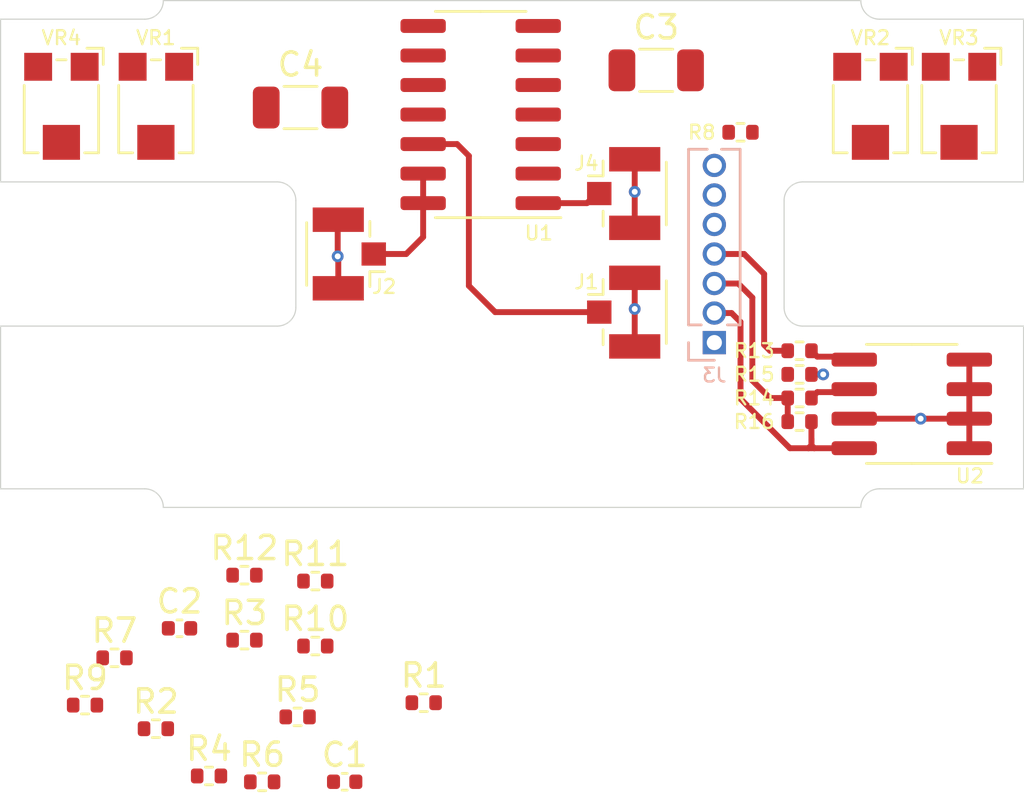
<source format=kicad_pcb>
(kicad_pcb (version 20171130) (host pcbnew 5.99.0+really5.1.10+dfsg1-1)

  (general
    (thickness 1.6)
    (drawings 34)
    (tracks 59)
    (zones 0)
    (modules 30)
    (nets 28)
  )

  (page A4)
  (layers
    (0 F.Cu signal)
    (1 In1.Cu signal)
    (2 In2.Cu signal)
    (31 B.Cu signal)
    (32 B.Adhes user)
    (33 F.Adhes user)
    (34 B.Paste user)
    (35 F.Paste user)
    (36 B.SilkS user)
    (37 F.SilkS user)
    (38 B.Mask user)
    (39 F.Mask user)
    (40 Dwgs.User user)
    (41 Cmts.User user)
    (42 Eco1.User user hide)
    (43 Eco2.User user hide)
    (44 Edge.Cuts user)
    (45 Margin user)
    (46 B.CrtYd user)
    (47 F.CrtYd user)
    (48 B.Fab user hide)
    (49 F.Fab user hide)
  )

  (setup
    (last_trace_width 0.254)
    (trace_clearance 0.254)
    (zone_clearance 0.508)
    (zone_45_only no)
    (trace_min 0.127)
    (via_size 0.508)
    (via_drill 0.254)
    (via_min_size 0.4572)
    (via_min_drill 0.254)
    (uvia_size 0.4572)
    (uvia_drill 0.254)
    (uvias_allowed no)
    (uvia_min_size 0.4572)
    (uvia_min_drill 0.254)
    (edge_width 0.05)
    (segment_width 0.2)
    (pcb_text_width 0.3)
    (pcb_text_size 1.5 1.5)
    (mod_edge_width 0.12)
    (mod_text_size 1 1)
    (mod_text_width 0.15)
    (pad_size 1.524 1.524)
    (pad_drill 0.762)
    (pad_to_mask_clearance 0.0508)
    (aux_axis_origin 0 0)
    (visible_elements FFFFFF7F)
    (pcbplotparams
      (layerselection 0x010fc_ffffffff)
      (usegerberextensions false)
      (usegerberattributes true)
      (usegerberadvancedattributes true)
      (creategerberjobfile true)
      (excludeedgelayer true)
      (linewidth 0.100000)
      (plotframeref false)
      (viasonmask false)
      (mode 1)
      (useauxorigin false)
      (hpglpennumber 1)
      (hpglpenspeed 20)
      (hpglpendiameter 15.000000)
      (psnegative false)
      (psa4output false)
      (plotreference true)
      (plotvalue true)
      (plotinvisibletext false)
      (padsonsilk false)
      (subtractmaskfromsilk false)
      (outputformat 1)
      (mirror false)
      (drillshape 1)
      (scaleselection 1)
      (outputdirectory ""))
  )

  (net 0 "")
  (net 1 "Net-(C1-Pad1)")
  (net 2 GND)
  (net 3 "Net-(C2-Pad2)")
  (net 4 "Net-(C2-Pad1)")
  (net 5 +15V)
  (net 6 -15V)
  (net 7 /PROBE)
  (net 8 /H_OUT)
  (net 9 +5V)
  (net 10 /ID_CLK)
  (net 11 /ID_DAT)
  (net 12 "Net-(J3-Pad6)")
  (net 13 "Net-(J3-Pad7)")
  (net 14 /V_OUT)
  (net 15 /HI_PROBE)
  (net 16 /LO_PROBE)
  (net 17 "Net-(R5-Pad1)")
  (net 18 "Net-(R5-Pad2)")
  (net 19 "Net-(R6-Pad1)")
  (net 20 "Net-(R7-Pad1)")
  (net 21 "Net-(R8-Pad2)")
  (net 22 "Net-(R10-Pad2)")
  (net 23 "Net-(R13-Pad2)")
  (net 24 "Net-(R14-Pad2)")
  (net 25 "Net-(LA1-Pad2)")
  (net 26 /LO_GND)
  (net 27 /HI_GND)

  (net_class Default "This is the default net class."
    (clearance 0.254)
    (trace_width 0.254)
    (via_dia 0.508)
    (via_drill 0.254)
    (uvia_dia 0.4572)
    (uvia_drill 0.254)
    (diff_pair_width 0.127)
    (diff_pair_gap 0.127)
    (add_net /HI_GND)
    (add_net /HI_PROBE)
    (add_net /H_OUT)
    (add_net /ID_CLK)
    (add_net /ID_DAT)
    (add_net /LO_GND)
    (add_net /LO_PROBE)
    (add_net /PROBE)
    (add_net /V_OUT)
    (add_net "Net-(C1-Pad1)")
    (add_net "Net-(C2-Pad1)")
    (add_net "Net-(C2-Pad2)")
    (add_net "Net-(J3-Pad6)")
    (add_net "Net-(J3-Pad7)")
    (add_net "Net-(LA1-Pad2)")
    (add_net "Net-(R10-Pad2)")
    (add_net "Net-(R13-Pad2)")
    (add_net "Net-(R14-Pad2)")
    (add_net "Net-(R5-Pad1)")
    (add_net "Net-(R5-Pad2)")
    (add_net "Net-(R6-Pad1)")
    (add_net "Net-(R7-Pad1)")
    (add_net "Net-(R8-Pad2)")
  )

  (net_class Power ""
    (clearance 0.254)
    (trace_width 0.254)
    (via_dia 0.508)
    (via_drill 0.254)
    (uvia_dia 0.4572)
    (uvia_drill 0.254)
    (diff_pair_width 0.127)
    (diff_pair_gap 0.127)
    (add_net +15V)
    (add_net +5V)
    (add_net -15V)
    (add_net GND)
  )

  (module Connector_Coaxial:U.FL_Hirose_U.FL-R-SMT-1_Vertical locked (layer F.Cu) (tedit 5A1DBFC3) (tstamp 6204CD6A)
    (at 115 110.9 180)
    (descr "Hirose U.FL Coaxial https://www.hirose.com/product/en/products/U.FL/U.FL-R-SMT-1%2810%29/")
    (tags "Hirose U.FL Coaxial")
    (path /6209CC41)
    (attr smd)
    (fp_text reference J2 (at -1.5 -1.4) (layer F.SilkS)
      (effects (font (size 0.6 0.6) (thickness 0.1)))
    )
    (fp_text value TekProbe_BNC (at 0.475 3.2) (layer F.Fab)
      (effects (font (size 1 1) (thickness 0.15)))
    )
    (fp_text user %R (at 0.475 0 90) (layer F.Fab)
      (effects (font (size 0.6 0.6) (thickness 0.09)))
    )
    (fp_line (start -2.02 1) (end -2.02 -1) (layer F.CrtYd) (width 0.05))
    (fp_line (start -1.32 1) (end -2.02 1) (layer F.CrtYd) (width 0.05))
    (fp_line (start 2.08 1.8) (end 2.28 1.8) (layer F.CrtYd) (width 0.05))
    (fp_line (start 2.08 2.5) (end 2.08 1.8) (layer F.CrtYd) (width 0.05))
    (fp_line (start 2.28 1.8) (end 2.28 -1.8) (layer F.CrtYd) (width 0.05))
    (fp_line (start -1.32 1.8) (end -1.12 1.8) (layer F.CrtYd) (width 0.05))
    (fp_line (start -1.12 2.5) (end -1.12 1.8) (layer F.CrtYd) (width 0.05))
    (fp_line (start 2.08 2.5) (end -1.12 2.5) (layer F.CrtYd) (width 0.05))
    (fp_line (start 1.835 -1.35) (end 1.835 1.35) (layer F.SilkS) (width 0.12))
    (fp_line (start -0.885 -0.76) (end -1.515 -0.76) (layer F.SilkS) (width 0.12))
    (fp_line (start -0.885 1.4) (end -0.885 0.76) (layer F.SilkS) (width 0.12))
    (fp_line (start -0.925 -0.3) (end -1.075 -0.15) (layer F.Fab) (width 0.1))
    (fp_line (start 1.775 -1.3) (end 1.375 -1.3) (layer F.Fab) (width 0.1))
    (fp_line (start 1.375 -1.5) (end 1.375 -1.3) (layer F.Fab) (width 0.1))
    (fp_line (start -0.425 -1.5) (end 1.375 -1.5) (layer F.Fab) (width 0.1))
    (fp_line (start 1.775 -1.3) (end 1.775 1.3) (layer F.Fab) (width 0.1))
    (fp_line (start 1.775 1.3) (end 1.375 1.3) (layer F.Fab) (width 0.1))
    (fp_line (start 1.375 1.5) (end 1.375 1.3) (layer F.Fab) (width 0.1))
    (fp_line (start -0.425 1.5) (end 1.375 1.5) (layer F.Fab) (width 0.1))
    (fp_line (start -0.425 -1.3) (end -0.825 -1.3) (layer F.Fab) (width 0.1))
    (fp_line (start -0.425 -1.5) (end -0.425 -1.3) (layer F.Fab) (width 0.1))
    (fp_line (start -0.825 -0.3) (end -0.825 -1.3) (layer F.Fab) (width 0.1))
    (fp_line (start -0.925 -0.3) (end -0.825 -0.3) (layer F.Fab) (width 0.1))
    (fp_line (start -1.075 0.3) (end -1.075 -0.15) (layer F.Fab) (width 0.1))
    (fp_line (start -1.075 0.3) (end -0.825 0.3) (layer F.Fab) (width 0.1))
    (fp_line (start -0.825 0.3) (end -0.825 1.3) (layer F.Fab) (width 0.1))
    (fp_line (start -0.425 1.3) (end -0.825 1.3) (layer F.Fab) (width 0.1))
    (fp_line (start -0.425 1.5) (end -0.425 1.3) (layer F.Fab) (width 0.1))
    (fp_line (start -0.885 -1.4) (end -0.885 -0.76) (layer F.SilkS) (width 0.12))
    (fp_line (start 2.08 -1.8) (end 2.28 -1.8) (layer F.CrtYd) (width 0.05))
    (fp_line (start 2.08 -1.8) (end 2.08 -2.5) (layer F.CrtYd) (width 0.05))
    (fp_line (start -1.32 -1) (end -1.32 -1.8) (layer F.CrtYd) (width 0.05))
    (fp_line (start 2.08 -2.5) (end -1.12 -2.5) (layer F.CrtYd) (width 0.05))
    (fp_line (start -1.12 -1.8) (end -1.12 -2.5) (layer F.CrtYd) (width 0.05))
    (fp_line (start -1.32 -1.8) (end -1.12 -1.8) (layer F.CrtYd) (width 0.05))
    (fp_line (start -1.32 1.8) (end -1.32 1) (layer F.CrtYd) (width 0.05))
    (fp_line (start -1.32 -1) (end -2.02 -1) (layer F.CrtYd) (width 0.05))
    (pad 2 smd rect (at 0.475 -1.475 180) (size 2.2 1.05) (layers F.Cu F.Paste F.Mask)
      (net 2 GND))
    (pad 1 smd rect (at -1.05 0 180) (size 1.05 1) (layers F.Cu F.Paste F.Mask)
      (net 8 /H_OUT))
    (pad 2 smd rect (at 0.475 1.475 180) (size 2.2 1.05) (layers F.Cu F.Paste F.Mask)
      (net 2 GND))
    (model ${KISYS3DMOD}/Connector_Coaxial.3dshapes/U.FL_Hirose_U.FL-R-SMT-1_Vertical.wrl
      (offset (xyz 0.4749999928262157 0 0))
      (scale (xyz 1 1 1))
      (rotate (xyz 0 0 0))
    )
  )

  (module Capacitor_SMD:C_0402_1005Metric (layer F.Cu) (tedit 5F68FEEE) (tstamp 6204CDD2)
    (at 114.8 133.6)
    (descr "Capacitor SMD 0402 (1005 Metric), square (rectangular) end terminal, IPC_7351 nominal, (Body size source: IPC-SM-782 page 76, https://www.pcb-3d.com/wordpress/wp-content/uploads/ipc-sm-782a_amendment_1_and_2.pdf), generated with kicad-footprint-generator")
    (tags capacitor)
    (path /621B6989)
    (attr smd)
    (fp_text reference C1 (at 0 -1.16) (layer F.SilkS)
      (effects (font (size 1 1) (thickness 0.15)))
    )
    (fp_text value 100n (at 0 1.16) (layer F.Fab)
      (effects (font (size 1 1) (thickness 0.15)))
    )
    (fp_line (start 0.91 0.46) (end -0.91 0.46) (layer F.CrtYd) (width 0.05))
    (fp_line (start 0.91 -0.46) (end 0.91 0.46) (layer F.CrtYd) (width 0.05))
    (fp_line (start -0.91 -0.46) (end 0.91 -0.46) (layer F.CrtYd) (width 0.05))
    (fp_line (start -0.91 0.46) (end -0.91 -0.46) (layer F.CrtYd) (width 0.05))
    (fp_line (start -0.107836 0.36) (end 0.107836 0.36) (layer F.SilkS) (width 0.12))
    (fp_line (start -0.107836 -0.36) (end 0.107836 -0.36) (layer F.SilkS) (width 0.12))
    (fp_line (start 0.5 0.25) (end -0.5 0.25) (layer F.Fab) (width 0.1))
    (fp_line (start 0.5 -0.25) (end 0.5 0.25) (layer F.Fab) (width 0.1))
    (fp_line (start -0.5 -0.25) (end 0.5 -0.25) (layer F.Fab) (width 0.1))
    (fp_line (start -0.5 0.25) (end -0.5 -0.25) (layer F.Fab) (width 0.1))
    (fp_text user %R (at 0 0) (layer F.Fab)
      (effects (font (size 0.25 0.25) (thickness 0.04)))
    )
    (pad 1 smd roundrect (at -0.48 0) (size 0.56 0.62) (layers F.Cu F.Paste F.Mask) (roundrect_rratio 0.25)
      (net 1 "Net-(C1-Pad1)"))
    (pad 2 smd roundrect (at 0.48 0) (size 0.56 0.62) (layers F.Cu F.Paste F.Mask) (roundrect_rratio 0.25)
      (net 2 GND))
    (model ${KISYS3DMOD}/Capacitor_SMD.3dshapes/C_0402_1005Metric.wrl
      (at (xyz 0 0 0))
      (scale (xyz 1 1 1))
      (rotate (xyz 0 0 0))
    )
  )

  (module Capacitor_SMD:C_0402_1005Metric (layer F.Cu) (tedit 5F68FEEE) (tstamp 6204CE02)
    (at 107.696 127)
    (descr "Capacitor SMD 0402 (1005 Metric), square (rectangular) end terminal, IPC_7351 nominal, (Body size source: IPC-SM-782 page 76, https://www.pcb-3d.com/wordpress/wp-content/uploads/ipc-sm-782a_amendment_1_and_2.pdf), generated with kicad-footprint-generator")
    (tags capacitor)
    (path /621C11AA)
    (attr smd)
    (fp_text reference C2 (at 0 -1.16) (layer F.SilkS)
      (effects (font (size 1 1) (thickness 0.15)))
    )
    (fp_text value 100n (at 0 1.16) (layer F.Fab)
      (effects (font (size 1 1) (thickness 0.15)))
    )
    (fp_text user %R (at 0 0) (layer F.Fab)
      (effects (font (size 0.25 0.25) (thickness 0.04)))
    )
    (fp_line (start -0.5 0.25) (end -0.5 -0.25) (layer F.Fab) (width 0.1))
    (fp_line (start -0.5 -0.25) (end 0.5 -0.25) (layer F.Fab) (width 0.1))
    (fp_line (start 0.5 -0.25) (end 0.5 0.25) (layer F.Fab) (width 0.1))
    (fp_line (start 0.5 0.25) (end -0.5 0.25) (layer F.Fab) (width 0.1))
    (fp_line (start -0.107836 -0.36) (end 0.107836 -0.36) (layer F.SilkS) (width 0.12))
    (fp_line (start -0.107836 0.36) (end 0.107836 0.36) (layer F.SilkS) (width 0.12))
    (fp_line (start -0.91 0.46) (end -0.91 -0.46) (layer F.CrtYd) (width 0.05))
    (fp_line (start -0.91 -0.46) (end 0.91 -0.46) (layer F.CrtYd) (width 0.05))
    (fp_line (start 0.91 -0.46) (end 0.91 0.46) (layer F.CrtYd) (width 0.05))
    (fp_line (start 0.91 0.46) (end -0.91 0.46) (layer F.CrtYd) (width 0.05))
    (pad 2 smd roundrect (at 0.48 0) (size 0.56 0.62) (layers F.Cu F.Paste F.Mask) (roundrect_rratio 0.25)
      (net 3 "Net-(C2-Pad2)"))
    (pad 1 smd roundrect (at -0.48 0) (size 0.56 0.62) (layers F.Cu F.Paste F.Mask) (roundrect_rratio 0.25)
      (net 4 "Net-(C2-Pad1)"))
    (model ${KISYS3DMOD}/Capacitor_SMD.3dshapes/C_0402_1005Metric.wrl
      (at (xyz 0 0 0))
      (scale (xyz 1 1 1))
      (rotate (xyz 0 0 0))
    )
  )

  (module Capacitor_SMD:C_1206_3216Metric (layer F.Cu) (tedit 5F68FEEE) (tstamp 6204CA51)
    (at 128.2 103)
    (descr "Capacitor SMD 1206 (3216 Metric), square (rectangular) end terminal, IPC_7351 nominal, (Body size source: IPC-SM-782 page 76, https://www.pcb-3d.com/wordpress/wp-content/uploads/ipc-sm-782a_amendment_1_and_2.pdf), generated with kicad-footprint-generator")
    (tags capacitor)
    (path /62223F87)
    (attr smd)
    (fp_text reference C3 (at 0 -1.85) (layer F.SilkS)
      (effects (font (size 1 1) (thickness 0.15)))
    )
    (fp_text value 4u7 (at 0 1.85) (layer F.Fab)
      (effects (font (size 1 1) (thickness 0.15)))
    )
    (fp_text user %R (at 0 0) (layer F.Fab)
      (effects (font (size 0.8 0.8) (thickness 0.12)))
    )
    (fp_line (start -1.6 0.8) (end -1.6 -0.8) (layer F.Fab) (width 0.1))
    (fp_line (start -1.6 -0.8) (end 1.6 -0.8) (layer F.Fab) (width 0.1))
    (fp_line (start 1.6 -0.8) (end 1.6 0.8) (layer F.Fab) (width 0.1))
    (fp_line (start 1.6 0.8) (end -1.6 0.8) (layer F.Fab) (width 0.1))
    (fp_line (start -0.711252 -0.91) (end 0.711252 -0.91) (layer F.SilkS) (width 0.12))
    (fp_line (start -0.711252 0.91) (end 0.711252 0.91) (layer F.SilkS) (width 0.12))
    (fp_line (start -2.3 1.15) (end -2.3 -1.15) (layer F.CrtYd) (width 0.05))
    (fp_line (start -2.3 -1.15) (end 2.3 -1.15) (layer F.CrtYd) (width 0.05))
    (fp_line (start 2.3 -1.15) (end 2.3 1.15) (layer F.CrtYd) (width 0.05))
    (fp_line (start 2.3 1.15) (end -2.3 1.15) (layer F.CrtYd) (width 0.05))
    (pad 2 smd roundrect (at 1.475 0) (size 1.15 1.8) (layers F.Cu F.Paste F.Mask) (roundrect_rratio 0.217391)
      (net 2 GND))
    (pad 1 smd roundrect (at -1.475 0) (size 1.15 1.8) (layers F.Cu F.Paste F.Mask) (roundrect_rratio 0.217391)
      (net 5 +15V))
    (model ${KISYS3DMOD}/Capacitor_SMD.3dshapes/C_1206_3216Metric.wrl
      (at (xyz 0 0 0))
      (scale (xyz 1 1 1))
      (rotate (xyz 0 0 0))
    )
  )

  (module Capacitor_SMD:C_1206_3216Metric (layer F.Cu) (tedit 5F68FEEE) (tstamp 6204CAB1)
    (at 112.9 104.6)
    (descr "Capacitor SMD 1206 (3216 Metric), square (rectangular) end terminal, IPC_7351 nominal, (Body size source: IPC-SM-782 page 76, https://www.pcb-3d.com/wordpress/wp-content/uploads/ipc-sm-782a_amendment_1_and_2.pdf), generated with kicad-footprint-generator")
    (tags capacitor)
    (path /62241A54)
    (attr smd)
    (fp_text reference C4 (at 0 -1.85) (layer F.SilkS)
      (effects (font (size 1 1) (thickness 0.15)))
    )
    (fp_text value 4u7 (at 0 1.85) (layer F.Fab)
      (effects (font (size 1 1) (thickness 0.15)))
    )
    (fp_line (start 2.3 1.15) (end -2.3 1.15) (layer F.CrtYd) (width 0.05))
    (fp_line (start 2.3 -1.15) (end 2.3 1.15) (layer F.CrtYd) (width 0.05))
    (fp_line (start -2.3 -1.15) (end 2.3 -1.15) (layer F.CrtYd) (width 0.05))
    (fp_line (start -2.3 1.15) (end -2.3 -1.15) (layer F.CrtYd) (width 0.05))
    (fp_line (start -0.711252 0.91) (end 0.711252 0.91) (layer F.SilkS) (width 0.12))
    (fp_line (start -0.711252 -0.91) (end 0.711252 -0.91) (layer F.SilkS) (width 0.12))
    (fp_line (start 1.6 0.8) (end -1.6 0.8) (layer F.Fab) (width 0.1))
    (fp_line (start 1.6 -0.8) (end 1.6 0.8) (layer F.Fab) (width 0.1))
    (fp_line (start -1.6 -0.8) (end 1.6 -0.8) (layer F.Fab) (width 0.1))
    (fp_line (start -1.6 0.8) (end -1.6 -0.8) (layer F.Fab) (width 0.1))
    (fp_text user %R (at 0 0) (layer F.Fab)
      (effects (font (size 0.8 0.8) (thickness 0.12)))
    )
    (pad 1 smd roundrect (at -1.475 0) (size 1.15 1.8) (layers F.Cu F.Paste F.Mask) (roundrect_rratio 0.217391)
      (net 2 GND))
    (pad 2 smd roundrect (at 1.475 0) (size 1.15 1.8) (layers F.Cu F.Paste F.Mask) (roundrect_rratio 0.217391)
      (net 6 -15V))
    (model ${KISYS3DMOD}/Capacitor_SMD.3dshapes/C_1206_3216Metric.wrl
      (at (xyz 0 0 0))
      (scale (xyz 1 1 1))
      (rotate (xyz 0 0 0))
    )
  )

  (module Connector_Coaxial:U.FL_Hirose_U.FL-R-SMT-1_Vertical locked (layer F.Cu) (tedit 5A1DBFC3) (tstamp 6204C299)
    (at 126.8 113.4)
    (descr "Hirose U.FL Coaxial https://www.hirose.com/product/en/products/U.FL/U.FL-R-SMT-1%2810%29/")
    (tags "Hirose U.FL Coaxial")
    (path /6206AEE0)
    (attr smd)
    (fp_text reference J1 (at -1.6 -1.3) (layer F.SilkS)
      (effects (font (size 0.6 0.6) (thickness 0.1)))
    )
    (fp_text value Probe (at 0.475 3.2) (layer F.Fab)
      (effects (font (size 1 1) (thickness 0.15)))
    )
    (fp_line (start -1.32 -1) (end -2.02 -1) (layer F.CrtYd) (width 0.05))
    (fp_line (start -1.32 1.8) (end -1.32 1) (layer F.CrtYd) (width 0.05))
    (fp_line (start -1.32 -1.8) (end -1.12 -1.8) (layer F.CrtYd) (width 0.05))
    (fp_line (start -1.12 -1.8) (end -1.12 -2.5) (layer F.CrtYd) (width 0.05))
    (fp_line (start 2.08 -2.5) (end -1.12 -2.5) (layer F.CrtYd) (width 0.05))
    (fp_line (start -1.32 -1) (end -1.32 -1.8) (layer F.CrtYd) (width 0.05))
    (fp_line (start 2.08 -1.8) (end 2.08 -2.5) (layer F.CrtYd) (width 0.05))
    (fp_line (start 2.08 -1.8) (end 2.28 -1.8) (layer F.CrtYd) (width 0.05))
    (fp_line (start -0.885 -1.4) (end -0.885 -0.76) (layer F.SilkS) (width 0.12))
    (fp_line (start -0.425 1.5) (end -0.425 1.3) (layer F.Fab) (width 0.1))
    (fp_line (start -0.425 1.3) (end -0.825 1.3) (layer F.Fab) (width 0.1))
    (fp_line (start -0.825 0.3) (end -0.825 1.3) (layer F.Fab) (width 0.1))
    (fp_line (start -1.075 0.3) (end -0.825 0.3) (layer F.Fab) (width 0.1))
    (fp_line (start -1.075 0.3) (end -1.075 -0.15) (layer F.Fab) (width 0.1))
    (fp_line (start -0.925 -0.3) (end -0.825 -0.3) (layer F.Fab) (width 0.1))
    (fp_line (start -0.825 -0.3) (end -0.825 -1.3) (layer F.Fab) (width 0.1))
    (fp_line (start -0.425 -1.5) (end -0.425 -1.3) (layer F.Fab) (width 0.1))
    (fp_line (start -0.425 -1.3) (end -0.825 -1.3) (layer F.Fab) (width 0.1))
    (fp_line (start -0.425 1.5) (end 1.375 1.5) (layer F.Fab) (width 0.1))
    (fp_line (start 1.375 1.5) (end 1.375 1.3) (layer F.Fab) (width 0.1))
    (fp_line (start 1.775 1.3) (end 1.375 1.3) (layer F.Fab) (width 0.1))
    (fp_line (start 1.775 -1.3) (end 1.775 1.3) (layer F.Fab) (width 0.1))
    (fp_line (start -0.425 -1.5) (end 1.375 -1.5) (layer F.Fab) (width 0.1))
    (fp_line (start 1.375 -1.5) (end 1.375 -1.3) (layer F.Fab) (width 0.1))
    (fp_line (start 1.775 -1.3) (end 1.375 -1.3) (layer F.Fab) (width 0.1))
    (fp_line (start -0.925 -0.3) (end -1.075 -0.15) (layer F.Fab) (width 0.1))
    (fp_line (start -0.885 1.4) (end -0.885 0.76) (layer F.SilkS) (width 0.12))
    (fp_line (start -0.885 -0.76) (end -1.515 -0.76) (layer F.SilkS) (width 0.12))
    (fp_line (start 1.835 -1.35) (end 1.835 1.35) (layer F.SilkS) (width 0.12))
    (fp_line (start 2.08 2.5) (end -1.12 2.5) (layer F.CrtYd) (width 0.05))
    (fp_line (start -1.12 2.5) (end -1.12 1.8) (layer F.CrtYd) (width 0.05))
    (fp_line (start -1.32 1.8) (end -1.12 1.8) (layer F.CrtYd) (width 0.05))
    (fp_line (start 2.28 1.8) (end 2.28 -1.8) (layer F.CrtYd) (width 0.05))
    (fp_line (start 2.08 2.5) (end 2.08 1.8) (layer F.CrtYd) (width 0.05))
    (fp_line (start 2.08 1.8) (end 2.28 1.8) (layer F.CrtYd) (width 0.05))
    (fp_line (start -1.32 1) (end -2.02 1) (layer F.CrtYd) (width 0.05))
    (fp_line (start -2.02 1) (end -2.02 -1) (layer F.CrtYd) (width 0.05))
    (fp_text user %R (at 0.475 0 90) (layer F.Fab)
      (effects (font (size 0.6 0.6) (thickness 0.09)))
    )
    (pad 2 smd rect (at 0.475 1.475) (size 2.2 1.05) (layers F.Cu F.Paste F.Mask)
      (net 2 GND))
    (pad 1 smd rect (at -1.05 0) (size 1.05 1) (layers F.Cu F.Paste F.Mask)
      (net 7 /PROBE))
    (pad 2 smd rect (at 0.475 -1.475) (size 2.2 1.05) (layers F.Cu F.Paste F.Mask)
      (net 2 GND))
    (model ${KISYS3DMOD}/Connector_Coaxial.3dshapes/U.FL_Hirose_U.FL-R-SMT-1_Vertical.wrl
      (offset (xyz 0.4749999928262157 0 0))
      (scale (xyz 1 1 1))
      (rotate (xyz 0 0 0))
    )
  )

  (module Connector_PinHeader_1.27mm:PinHeader_1x07_P1.27mm_Vertical locked (layer B.Cu) (tedit 59FED6E3) (tstamp 6204C955)
    (at 130.7 114.71)
    (descr "Through hole straight pin header, 1x07, 1.27mm pitch, single row")
    (tags "Through hole pin header THT 1x07 1.27mm single row")
    (path /6204969F)
    (fp_text reference J3 (at 0 1.4) (layer B.SilkS)
      (effects (font (size 0.6 0.6) (thickness 0.1)) (justify mirror))
    )
    (fp_text value TekProbe_Header (at 0 -9.315) (layer B.Fab)
      (effects (font (size 1 1) (thickness 0.15)) (justify mirror))
    )
    (fp_line (start 1.55 1.15) (end -1.55 1.15) (layer B.CrtYd) (width 0.05))
    (fp_line (start 1.55 -8.8) (end 1.55 1.15) (layer B.CrtYd) (width 0.05))
    (fp_line (start -1.55 -8.8) (end 1.55 -8.8) (layer B.CrtYd) (width 0.05))
    (fp_line (start -1.55 1.15) (end -1.55 -8.8) (layer B.CrtYd) (width 0.05))
    (fp_line (start -1.11 0.76) (end 0 0.76) (layer B.SilkS) (width 0.12))
    (fp_line (start -1.11 0) (end -1.11 0.76) (layer B.SilkS) (width 0.12))
    (fp_line (start 0.563471 -0.76) (end 1.11 -0.76) (layer B.SilkS) (width 0.12))
    (fp_line (start -1.11 -0.76) (end -0.563471 -0.76) (layer B.SilkS) (width 0.12))
    (fp_line (start 1.11 -0.76) (end 1.11 -8.315) (layer B.SilkS) (width 0.12))
    (fp_line (start -1.11 -0.76) (end -1.11 -8.315) (layer B.SilkS) (width 0.12))
    (fp_line (start 0.30753 -8.315) (end 1.11 -8.315) (layer B.SilkS) (width 0.12))
    (fp_line (start -1.11 -8.315) (end -0.30753 -8.315) (layer B.SilkS) (width 0.12))
    (fp_line (start -1.05 0.11) (end -0.525 0.635) (layer B.Fab) (width 0.1))
    (fp_line (start -1.05 -8.255) (end -1.05 0.11) (layer B.Fab) (width 0.1))
    (fp_line (start 1.05 -8.255) (end -1.05 -8.255) (layer B.Fab) (width 0.1))
    (fp_line (start 1.05 0.635) (end 1.05 -8.255) (layer B.Fab) (width 0.1))
    (fp_line (start -0.525 0.635) (end 1.05 0.635) (layer B.Fab) (width 0.1))
    (fp_text user %R (at 0 -3.81 -90) (layer B.Fab)
      (effects (font (size 1 1) (thickness 0.15)) (justify mirror))
    )
    (pad 1 thru_hole rect (at 0 0) (size 1 1) (drill 0.65) (layers *.Cu *.Mask)
      (net 5 +15V))
    (pad 2 thru_hole oval (at 0 -1.27) (size 1 1) (drill 0.65) (layers *.Cu *.Mask)
      (net 9 +5V))
    (pad 3 thru_hole oval (at 0 -2.54) (size 1 1) (drill 0.65) (layers *.Cu *.Mask)
      (net 10 /ID_CLK))
    (pad 4 thru_hole oval (at 0 -3.81) (size 1 1) (drill 0.65) (layers *.Cu *.Mask)
      (net 11 /ID_DAT))
    (pad 5 thru_hole oval (at 0 -5.08) (size 1 1) (drill 0.65) (layers *.Cu *.Mask)
      (net 6 -15V))
    (pad 6 thru_hole oval (at 0 -6.35) (size 1 1) (drill 0.65) (layers *.Cu *.Mask)
      (net 12 "Net-(J3-Pad6)"))
    (pad 7 thru_hole oval (at 0 -7.62) (size 1 1) (drill 0.65) (layers *.Cu *.Mask)
      (net 13 "Net-(J3-Pad7)"))
    (model ${KISYS3DMOD}/Connector_PinHeader_1.27mm.3dshapes/PinHeader_1x07_P1.27mm_Vertical.wrl
      (at (xyz 0 0 0))
      (scale (xyz 1 1 1))
      (rotate (xyz 0 0 0))
    )
  )

  (module Connector_Coaxial:U.FL_Hirose_U.FL-R-SMT-1_Vertical locked (layer F.Cu) (tedit 5A1DBFC3) (tstamp 6204C9E9)
    (at 126.8 108.3)
    (descr "Hirose U.FL Coaxial https://www.hirose.com/product/en/products/U.FL/U.FL-R-SMT-1%2810%29/")
    (tags "Hirose U.FL Coaxial")
    (path /620A161E)
    (attr smd)
    (fp_text reference J4 (at -1.6 -1.3) (layer F.SilkS)
      (effects (font (size 0.6 0.6) (thickness 0.1)))
    )
    (fp_text value Pigtail_BNC (at 0.475 3.2) (layer F.Fab)
      (effects (font (size 1 1) (thickness 0.15)))
    )
    (fp_line (start -1.32 -1) (end -2.02 -1) (layer F.CrtYd) (width 0.05))
    (fp_line (start -1.32 1.8) (end -1.32 1) (layer F.CrtYd) (width 0.05))
    (fp_line (start -1.32 -1.8) (end -1.12 -1.8) (layer F.CrtYd) (width 0.05))
    (fp_line (start -1.12 -1.8) (end -1.12 -2.5) (layer F.CrtYd) (width 0.05))
    (fp_line (start 2.08 -2.5) (end -1.12 -2.5) (layer F.CrtYd) (width 0.05))
    (fp_line (start -1.32 -1) (end -1.32 -1.8) (layer F.CrtYd) (width 0.05))
    (fp_line (start 2.08 -1.8) (end 2.08 -2.5) (layer F.CrtYd) (width 0.05))
    (fp_line (start 2.08 -1.8) (end 2.28 -1.8) (layer F.CrtYd) (width 0.05))
    (fp_line (start -0.885 -1.4) (end -0.885 -0.76) (layer F.SilkS) (width 0.12))
    (fp_line (start -0.425 1.5) (end -0.425 1.3) (layer F.Fab) (width 0.1))
    (fp_line (start -0.425 1.3) (end -0.825 1.3) (layer F.Fab) (width 0.1))
    (fp_line (start -0.825 0.3) (end -0.825 1.3) (layer F.Fab) (width 0.1))
    (fp_line (start -1.075 0.3) (end -0.825 0.3) (layer F.Fab) (width 0.1))
    (fp_line (start -1.075 0.3) (end -1.075 -0.15) (layer F.Fab) (width 0.1))
    (fp_line (start -0.925 -0.3) (end -0.825 -0.3) (layer F.Fab) (width 0.1))
    (fp_line (start -0.825 -0.3) (end -0.825 -1.3) (layer F.Fab) (width 0.1))
    (fp_line (start -0.425 -1.5) (end -0.425 -1.3) (layer F.Fab) (width 0.1))
    (fp_line (start -0.425 -1.3) (end -0.825 -1.3) (layer F.Fab) (width 0.1))
    (fp_line (start -0.425 1.5) (end 1.375 1.5) (layer F.Fab) (width 0.1))
    (fp_line (start 1.375 1.5) (end 1.375 1.3) (layer F.Fab) (width 0.1))
    (fp_line (start 1.775 1.3) (end 1.375 1.3) (layer F.Fab) (width 0.1))
    (fp_line (start 1.775 -1.3) (end 1.775 1.3) (layer F.Fab) (width 0.1))
    (fp_line (start -0.425 -1.5) (end 1.375 -1.5) (layer F.Fab) (width 0.1))
    (fp_line (start 1.375 -1.5) (end 1.375 -1.3) (layer F.Fab) (width 0.1))
    (fp_line (start 1.775 -1.3) (end 1.375 -1.3) (layer F.Fab) (width 0.1))
    (fp_line (start -0.925 -0.3) (end -1.075 -0.15) (layer F.Fab) (width 0.1))
    (fp_line (start -0.885 1.4) (end -0.885 0.76) (layer F.SilkS) (width 0.12))
    (fp_line (start -0.885 -0.76) (end -1.515 -0.76) (layer F.SilkS) (width 0.12))
    (fp_line (start 1.835 -1.35) (end 1.835 1.35) (layer F.SilkS) (width 0.12))
    (fp_line (start 2.08 2.5) (end -1.12 2.5) (layer F.CrtYd) (width 0.05))
    (fp_line (start -1.12 2.5) (end -1.12 1.8) (layer F.CrtYd) (width 0.05))
    (fp_line (start -1.32 1.8) (end -1.12 1.8) (layer F.CrtYd) (width 0.05))
    (fp_line (start 2.28 1.8) (end 2.28 -1.8) (layer F.CrtYd) (width 0.05))
    (fp_line (start 2.08 2.5) (end 2.08 1.8) (layer F.CrtYd) (width 0.05))
    (fp_line (start 2.08 1.8) (end 2.28 1.8) (layer F.CrtYd) (width 0.05))
    (fp_line (start -1.32 1) (end -2.02 1) (layer F.CrtYd) (width 0.05))
    (fp_line (start -2.02 1) (end -2.02 -1) (layer F.CrtYd) (width 0.05))
    (fp_text user %R (at 0.475 0 90) (layer F.Fab)
      (effects (font (size 0.6 0.6) (thickness 0.09)))
    )
    (pad 2 smd rect (at 0.475 1.475) (size 2.2 1.05) (layers F.Cu F.Paste F.Mask)
      (net 2 GND))
    (pad 1 smd rect (at -1.05 0) (size 1.05 1) (layers F.Cu F.Paste F.Mask)
      (net 14 /V_OUT))
    (pad 2 smd rect (at 0.475 -1.475) (size 2.2 1.05) (layers F.Cu F.Paste F.Mask)
      (net 2 GND))
    (model ${KISYS3DMOD}/Connector_Coaxial.3dshapes/U.FL_Hirose_U.FL-R-SMT-1_Vertical.wrl
      (offset (xyz 0.4749999928262157 0 0))
      (scale (xyz 1 1 1))
      (rotate (xyz 0 0 0))
    )
  )

  (module Resistor_SMD:R_0402_1005Metric (layer F.Cu) (tedit 5F68FEEE) (tstamp 6204CA81)
    (at 118.2 130.2)
    (descr "Resistor SMD 0402 (1005 Metric), square (rectangular) end terminal, IPC_7351 nominal, (Body size source: IPC-SM-782 page 72, https://www.pcb-3d.com/wordpress/wp-content/uploads/ipc-sm-782a_amendment_1_and_2.pdf), generated with kicad-footprint-generator")
    (tags resistor)
    (path /621AD8A2)
    (attr smd)
    (fp_text reference R1 (at 0 -1.17) (layer F.SilkS)
      (effects (font (size 1 1) (thickness 0.15)))
    )
    (fp_text value 1k5 (at 0 1.17) (layer F.Fab)
      (effects (font (size 1 1) (thickness 0.15)))
    )
    (fp_text user %R (at 0 0) (layer F.Fab)
      (effects (font (size 0.26 0.26) (thickness 0.04)))
    )
    (fp_line (start -0.525 0.27) (end -0.525 -0.27) (layer F.Fab) (width 0.1))
    (fp_line (start -0.525 -0.27) (end 0.525 -0.27) (layer F.Fab) (width 0.1))
    (fp_line (start 0.525 -0.27) (end 0.525 0.27) (layer F.Fab) (width 0.1))
    (fp_line (start 0.525 0.27) (end -0.525 0.27) (layer F.Fab) (width 0.1))
    (fp_line (start -0.153641 -0.38) (end 0.153641 -0.38) (layer F.SilkS) (width 0.12))
    (fp_line (start -0.153641 0.38) (end 0.153641 0.38) (layer F.SilkS) (width 0.12))
    (fp_line (start -0.93 0.47) (end -0.93 -0.47) (layer F.CrtYd) (width 0.05))
    (fp_line (start -0.93 -0.47) (end 0.93 -0.47) (layer F.CrtYd) (width 0.05))
    (fp_line (start 0.93 -0.47) (end 0.93 0.47) (layer F.CrtYd) (width 0.05))
    (fp_line (start 0.93 0.47) (end -0.93 0.47) (layer F.CrtYd) (width 0.05))
    (pad 2 smd roundrect (at 0.51 0) (size 0.54 0.64) (layers F.Cu F.Paste F.Mask) (roundrect_rratio 0.25)
      (net 2 GND))
    (pad 1 smd roundrect (at -0.51 0) (size 0.54 0.64) (layers F.Cu F.Paste F.Mask) (roundrect_rratio 0.25)
      (net 1 "Net-(C1-Pad1)"))
    (model ${KISYS3DMOD}/Resistor_SMD.3dshapes/R_0402_1005Metric.wrl
      (at (xyz 0 0 0))
      (scale (xyz 1 1 1))
      (rotate (xyz 0 0 0))
    )
  )

  (module Resistor_SMD:R_0402_1005Metric (layer F.Cu) (tedit 5F68FEEE) (tstamp 6204C99D)
    (at 106.68 131.318)
    (descr "Resistor SMD 0402 (1005 Metric), square (rectangular) end terminal, IPC_7351 nominal, (Body size source: IPC-SM-782 page 72, https://www.pcb-3d.com/wordpress/wp-content/uploads/ipc-sm-782a_amendment_1_and_2.pdf), generated with kicad-footprint-generator")
    (tags resistor)
    (path /621C0CC0)
    (attr smd)
    (fp_text reference R2 (at 0 -1.17) (layer F.SilkS)
      (effects (font (size 1 1) (thickness 0.15)))
    )
    (fp_text value 1k5 (at 0 1.17) (layer F.Fab)
      (effects (font (size 1 1) (thickness 0.15)))
    )
    (fp_line (start 0.93 0.47) (end -0.93 0.47) (layer F.CrtYd) (width 0.05))
    (fp_line (start 0.93 -0.47) (end 0.93 0.47) (layer F.CrtYd) (width 0.05))
    (fp_line (start -0.93 -0.47) (end 0.93 -0.47) (layer F.CrtYd) (width 0.05))
    (fp_line (start -0.93 0.47) (end -0.93 -0.47) (layer F.CrtYd) (width 0.05))
    (fp_line (start -0.153641 0.38) (end 0.153641 0.38) (layer F.SilkS) (width 0.12))
    (fp_line (start -0.153641 -0.38) (end 0.153641 -0.38) (layer F.SilkS) (width 0.12))
    (fp_line (start 0.525 0.27) (end -0.525 0.27) (layer F.Fab) (width 0.1))
    (fp_line (start 0.525 -0.27) (end 0.525 0.27) (layer F.Fab) (width 0.1))
    (fp_line (start -0.525 -0.27) (end 0.525 -0.27) (layer F.Fab) (width 0.1))
    (fp_line (start -0.525 0.27) (end -0.525 -0.27) (layer F.Fab) (width 0.1))
    (fp_text user %R (at 0 0) (layer F.Fab)
      (effects (font (size 0.26 0.26) (thickness 0.04)))
    )
    (pad 1 smd roundrect (at -0.51 0) (size 0.54 0.64) (layers F.Cu F.Paste F.Mask) (roundrect_rratio 0.25)
      (net 3 "Net-(C2-Pad2)"))
    (pad 2 smd roundrect (at 0.51 0) (size 0.54 0.64) (layers F.Cu F.Paste F.Mask) (roundrect_rratio 0.25)
      (net 1 "Net-(C1-Pad1)"))
    (model ${KISYS3DMOD}/Resistor_SMD.3dshapes/R_0402_1005Metric.wrl
      (at (xyz 0 0 0))
      (scale (xyz 1 1 1))
      (rotate (xyz 0 0 0))
    )
  )

  (module Resistor_SMD:R_0402_1005Metric (layer F.Cu) (tedit 5F68FEEE) (tstamp 6204CAE1)
    (at 110.49 127.508)
    (descr "Resistor SMD 0402 (1005 Metric), square (rectangular) end terminal, IPC_7351 nominal, (Body size source: IPC-SM-782 page 72, https://www.pcb-3d.com/wordpress/wp-content/uploads/ipc-sm-782a_amendment_1_and_2.pdf), generated with kicad-footprint-generator")
    (tags resistor)
    (path /620F356E)
    (attr smd)
    (fp_text reference R3 (at 0 -1.17) (layer F.SilkS)
      (effects (font (size 1 1) (thickness 0.15)))
    )
    (fp_text value 707R (at 0 1.17) (layer F.Fab)
      (effects (font (size 1 1) (thickness 0.15)))
    )
    (fp_text user %R (at 0 0) (layer F.Fab)
      (effects (font (size 0.26 0.26) (thickness 0.04)))
    )
    (fp_line (start -0.525 0.27) (end -0.525 -0.27) (layer F.Fab) (width 0.1))
    (fp_line (start -0.525 -0.27) (end 0.525 -0.27) (layer F.Fab) (width 0.1))
    (fp_line (start 0.525 -0.27) (end 0.525 0.27) (layer F.Fab) (width 0.1))
    (fp_line (start 0.525 0.27) (end -0.525 0.27) (layer F.Fab) (width 0.1))
    (fp_line (start -0.153641 -0.38) (end 0.153641 -0.38) (layer F.SilkS) (width 0.12))
    (fp_line (start -0.153641 0.38) (end 0.153641 0.38) (layer F.SilkS) (width 0.12))
    (fp_line (start -0.93 0.47) (end -0.93 -0.47) (layer F.CrtYd) (width 0.05))
    (fp_line (start -0.93 -0.47) (end 0.93 -0.47) (layer F.CrtYd) (width 0.05))
    (fp_line (start 0.93 -0.47) (end 0.93 0.47) (layer F.CrtYd) (width 0.05))
    (fp_line (start 0.93 0.47) (end -0.93 0.47) (layer F.CrtYd) (width 0.05))
    (pad 2 smd roundrect (at 0.51 0) (size 0.54 0.64) (layers F.Cu F.Paste F.Mask) (roundrect_rratio 0.25)
      (net 7 /PROBE))
    (pad 1 smd roundrect (at -0.51 0) (size 0.54 0.64) (layers F.Cu F.Paste F.Mask) (roundrect_rratio 0.25)
      (net 15 /HI_PROBE))
    (model ${KISYS3DMOD}/Resistor_SMD.3dshapes/R_0402_1005Metric.wrl
      (at (xyz 0 0 0))
      (scale (xyz 1 1 1))
      (rotate (xyz 0 0 0))
    )
  )

  (module Resistor_SMD:R_0402_1005Metric (layer F.Cu) (tedit 5F68FEEE) (tstamp 6204C8E9)
    (at 108.966 133.35)
    (descr "Resistor SMD 0402 (1005 Metric), square (rectangular) end terminal, IPC_7351 nominal, (Body size source: IPC-SM-782 page 72, https://www.pcb-3d.com/wordpress/wp-content/uploads/ipc-sm-782a_amendment_1_and_2.pdf), generated with kicad-footprint-generator")
    (tags resistor)
    (path /620F3BE9)
    (attr smd)
    (fp_text reference R4 (at 0 -1.17) (layer F.SilkS)
      (effects (font (size 1 1) (thickness 0.15)))
    )
    (fp_text value 7k07 (at 0 1.17) (layer F.Fab)
      (effects (font (size 1 1) (thickness 0.15)))
    )
    (fp_line (start 0.93 0.47) (end -0.93 0.47) (layer F.CrtYd) (width 0.05))
    (fp_line (start 0.93 -0.47) (end 0.93 0.47) (layer F.CrtYd) (width 0.05))
    (fp_line (start -0.93 -0.47) (end 0.93 -0.47) (layer F.CrtYd) (width 0.05))
    (fp_line (start -0.93 0.47) (end -0.93 -0.47) (layer F.CrtYd) (width 0.05))
    (fp_line (start -0.153641 0.38) (end 0.153641 0.38) (layer F.SilkS) (width 0.12))
    (fp_line (start -0.153641 -0.38) (end 0.153641 -0.38) (layer F.SilkS) (width 0.12))
    (fp_line (start 0.525 0.27) (end -0.525 0.27) (layer F.Fab) (width 0.1))
    (fp_line (start 0.525 -0.27) (end 0.525 0.27) (layer F.Fab) (width 0.1))
    (fp_line (start -0.525 -0.27) (end 0.525 -0.27) (layer F.Fab) (width 0.1))
    (fp_line (start -0.525 0.27) (end -0.525 -0.27) (layer F.Fab) (width 0.1))
    (fp_text user %R (at 0 0) (layer F.Fab)
      (effects (font (size 0.26 0.26) (thickness 0.04)))
    )
    (pad 1 smd roundrect (at -0.51 0) (size 0.54 0.64) (layers F.Cu F.Paste F.Mask) (roundrect_rratio 0.25)
      (net 16 /LO_PROBE))
    (pad 2 smd roundrect (at 0.51 0) (size 0.54 0.64) (layers F.Cu F.Paste F.Mask) (roundrect_rratio 0.25)
      (net 7 /PROBE))
    (model ${KISYS3DMOD}/Resistor_SMD.3dshapes/R_0402_1005Metric.wrl
      (at (xyz 0 0 0))
      (scale (xyz 1 1 1))
      (rotate (xyz 0 0 0))
    )
  )

  (module Resistor_SMD:R_0402_1005Metric (layer F.Cu) (tedit 5F68FEEE) (tstamp 6204C86E)
    (at 112.776 130.81)
    (descr "Resistor SMD 0402 (1005 Metric), square (rectangular) end terminal, IPC_7351 nominal, (Body size source: IPC-SM-782 page 72, https://www.pcb-3d.com/wordpress/wp-content/uploads/ipc-sm-782a_amendment_1_and_2.pdf), generated with kicad-footprint-generator")
    (tags resistor)
    (path /6217786D)
    (attr smd)
    (fp_text reference R5 (at 0 -1.17) (layer F.SilkS)
      (effects (font (size 1 1) (thickness 0.15)))
    )
    (fp_text value 10k (at 0 1.17) (layer F.Fab)
      (effects (font (size 1 1) (thickness 0.15)))
    )
    (fp_line (start 0.93 0.47) (end -0.93 0.47) (layer F.CrtYd) (width 0.05))
    (fp_line (start 0.93 -0.47) (end 0.93 0.47) (layer F.CrtYd) (width 0.05))
    (fp_line (start -0.93 -0.47) (end 0.93 -0.47) (layer F.CrtYd) (width 0.05))
    (fp_line (start -0.93 0.47) (end -0.93 -0.47) (layer F.CrtYd) (width 0.05))
    (fp_line (start -0.153641 0.38) (end 0.153641 0.38) (layer F.SilkS) (width 0.12))
    (fp_line (start -0.153641 -0.38) (end 0.153641 -0.38) (layer F.SilkS) (width 0.12))
    (fp_line (start 0.525 0.27) (end -0.525 0.27) (layer F.Fab) (width 0.1))
    (fp_line (start 0.525 -0.27) (end 0.525 0.27) (layer F.Fab) (width 0.1))
    (fp_line (start -0.525 -0.27) (end 0.525 -0.27) (layer F.Fab) (width 0.1))
    (fp_line (start -0.525 0.27) (end -0.525 -0.27) (layer F.Fab) (width 0.1))
    (fp_text user %R (at 0 0) (layer F.Fab)
      (effects (font (size 0.26 0.26) (thickness 0.04)))
    )
    (pad 1 smd roundrect (at -0.51 0) (size 0.54 0.64) (layers F.Cu F.Paste F.Mask) (roundrect_rratio 0.25)
      (net 17 "Net-(R5-Pad1)"))
    (pad 2 smd roundrect (at 0.51 0) (size 0.54 0.64) (layers F.Cu F.Paste F.Mask) (roundrect_rratio 0.25)
      (net 18 "Net-(R5-Pad2)"))
    (model ${KISYS3DMOD}/Resistor_SMD.3dshapes/R_0402_1005Metric.wrl
      (at (xyz 0 0 0))
      (scale (xyz 1 1 1))
      (rotate (xyz 0 0 0))
    )
  )

  (module Resistor_SMD:R_0402_1005Metric (layer F.Cu) (tedit 5F68FEEE) (tstamp 6204CB9E)
    (at 111.252 133.604)
    (descr "Resistor SMD 0402 (1005 Metric), square (rectangular) end terminal, IPC_7351 nominal, (Body size source: IPC-SM-782 page 72, https://www.pcb-3d.com/wordpress/wp-content/uploads/ipc-sm-782a_amendment_1_and_2.pdf), generated with kicad-footprint-generator")
    (tags resistor)
    (path /62164EE8)
    (attr smd)
    (fp_text reference R6 (at 0 -1.17) (layer F.SilkS)
      (effects (font (size 1 1) (thickness 0.15)))
    )
    (fp_text value 100k (at 0 1.17) (layer F.Fab)
      (effects (font (size 1 1) (thickness 0.15)))
    )
    (fp_text user %R (at 0 0) (layer F.Fab)
      (effects (font (size 0.26 0.26) (thickness 0.04)))
    )
    (fp_line (start -0.525 0.27) (end -0.525 -0.27) (layer F.Fab) (width 0.1))
    (fp_line (start -0.525 -0.27) (end 0.525 -0.27) (layer F.Fab) (width 0.1))
    (fp_line (start 0.525 -0.27) (end 0.525 0.27) (layer F.Fab) (width 0.1))
    (fp_line (start 0.525 0.27) (end -0.525 0.27) (layer F.Fab) (width 0.1))
    (fp_line (start -0.153641 -0.38) (end 0.153641 -0.38) (layer F.SilkS) (width 0.12))
    (fp_line (start -0.153641 0.38) (end 0.153641 0.38) (layer F.SilkS) (width 0.12))
    (fp_line (start -0.93 0.47) (end -0.93 -0.47) (layer F.CrtYd) (width 0.05))
    (fp_line (start -0.93 -0.47) (end 0.93 -0.47) (layer F.CrtYd) (width 0.05))
    (fp_line (start 0.93 -0.47) (end 0.93 0.47) (layer F.CrtYd) (width 0.05))
    (fp_line (start 0.93 0.47) (end -0.93 0.47) (layer F.CrtYd) (width 0.05))
    (pad 2 smd roundrect (at 0.51 0) (size 0.54 0.64) (layers F.Cu F.Paste F.Mask) (roundrect_rratio 0.25)
      (net 17 "Net-(R5-Pad1)"))
    (pad 1 smd roundrect (at -0.51 0) (size 0.54 0.64) (layers F.Cu F.Paste F.Mask) (roundrect_rratio 0.25)
      (net 19 "Net-(R6-Pad1)"))
    (model ${KISYS3DMOD}/Resistor_SMD.3dshapes/R_0402_1005Metric.wrl
      (at (xyz 0 0 0))
      (scale (xyz 1 1 1))
      (rotate (xyz 0 0 0))
    )
  )

  (module Resistor_SMD:R_0402_1005Metric (layer F.Cu) (tedit 5F68FEEE) (tstamp 6204C919)
    (at 104.902 128.27)
    (descr "Resistor SMD 0402 (1005 Metric), square (rectangular) end terminal, IPC_7351 nominal, (Body size source: IPC-SM-782 page 72, https://www.pcb-3d.com/wordpress/wp-content/uploads/ipc-sm-782a_amendment_1_and_2.pdf), generated with kicad-footprint-generator")
    (tags resistor)
    (path /620EE0F4)
    (attr smd)
    (fp_text reference R7 (at 0 -1.17) (layer F.SilkS)
      (effects (font (size 1 1) (thickness 0.15)))
    )
    (fp_text value 220k (at 0 1.17) (layer F.Fab)
      (effects (font (size 1 1) (thickness 0.15)))
    )
    (fp_line (start 0.93 0.47) (end -0.93 0.47) (layer F.CrtYd) (width 0.05))
    (fp_line (start 0.93 -0.47) (end 0.93 0.47) (layer F.CrtYd) (width 0.05))
    (fp_line (start -0.93 -0.47) (end 0.93 -0.47) (layer F.CrtYd) (width 0.05))
    (fp_line (start -0.93 0.47) (end -0.93 -0.47) (layer F.CrtYd) (width 0.05))
    (fp_line (start -0.153641 0.38) (end 0.153641 0.38) (layer F.SilkS) (width 0.12))
    (fp_line (start -0.153641 -0.38) (end 0.153641 -0.38) (layer F.SilkS) (width 0.12))
    (fp_line (start 0.525 0.27) (end -0.525 0.27) (layer F.Fab) (width 0.1))
    (fp_line (start 0.525 -0.27) (end 0.525 0.27) (layer F.Fab) (width 0.1))
    (fp_line (start -0.525 -0.27) (end 0.525 -0.27) (layer F.Fab) (width 0.1))
    (fp_line (start -0.525 0.27) (end -0.525 -0.27) (layer F.Fab) (width 0.1))
    (fp_text user %R (at 0 0) (layer F.Fab)
      (effects (font (size 0.26 0.26) (thickness 0.04)))
    )
    (pad 1 smd roundrect (at -0.51 0) (size 0.54 0.64) (layers F.Cu F.Paste F.Mask) (roundrect_rratio 0.25)
      (net 20 "Net-(R7-Pad1)"))
    (pad 2 smd roundrect (at 0.51 0) (size 0.54 0.64) (layers F.Cu F.Paste F.Mask) (roundrect_rratio 0.25)
      (net 19 "Net-(R6-Pad1)"))
    (model ${KISYS3DMOD}/Resistor_SMD.3dshapes/R_0402_1005Metric.wrl
      (at (xyz 0 0 0))
      (scale (xyz 1 1 1))
      (rotate (xyz 0 0 0))
    )
  )

  (module Resistor_SMD:R_0402_1005Metric (layer F.Cu) (tedit 5F68FEEE) (tstamp 6204CB11)
    (at 131.826 105.664)
    (descr "Resistor SMD 0402 (1005 Metric), square (rectangular) end terminal, IPC_7351 nominal, (Body size source: IPC-SM-782 page 72, https://www.pcb-3d.com/wordpress/wp-content/uploads/ipc-sm-782a_amendment_1_and_2.pdf), generated with kicad-footprint-generator")
    (tags resistor)
    (path /6210973B)
    (attr smd)
    (fp_text reference R8 (at -1.016 0) (layer F.SilkS)
      (effects (font (size 0.6 0.6) (thickness 0.1)) (justify right))
    )
    (fp_text value 100k (at 0 1.17) (layer F.Fab)
      (effects (font (size 1 1) (thickness 0.15)))
    )
    (fp_text user %R (at 0 0) (layer F.Fab)
      (effects (font (size 0.26 0.26) (thickness 0.04)))
    )
    (fp_line (start -0.525 0.27) (end -0.525 -0.27) (layer F.Fab) (width 0.1))
    (fp_line (start -0.525 -0.27) (end 0.525 -0.27) (layer F.Fab) (width 0.1))
    (fp_line (start 0.525 -0.27) (end 0.525 0.27) (layer F.Fab) (width 0.1))
    (fp_line (start 0.525 0.27) (end -0.525 0.27) (layer F.Fab) (width 0.1))
    (fp_line (start -0.153641 -0.38) (end 0.153641 -0.38) (layer F.SilkS) (width 0.12))
    (fp_line (start -0.153641 0.38) (end 0.153641 0.38) (layer F.SilkS) (width 0.12))
    (fp_line (start -0.93 0.47) (end -0.93 -0.47) (layer F.CrtYd) (width 0.05))
    (fp_line (start -0.93 -0.47) (end 0.93 -0.47) (layer F.CrtYd) (width 0.05))
    (fp_line (start 0.93 -0.47) (end 0.93 0.47) (layer F.CrtYd) (width 0.05))
    (fp_line (start 0.93 0.47) (end -0.93 0.47) (layer F.CrtYd) (width 0.05))
    (pad 2 smd roundrect (at 0.51 0) (size 0.54 0.64) (layers F.Cu F.Paste F.Mask) (roundrect_rratio 0.25)
      (net 21 "Net-(R8-Pad2)"))
    (pad 1 smd roundrect (at -0.51 0) (size 0.54 0.64) (layers F.Cu F.Paste F.Mask) (roundrect_rratio 0.25)
      (net 20 "Net-(R7-Pad1)"))
    (model ${KISYS3DMOD}/Resistor_SMD.3dshapes/R_0402_1005Metric.wrl
      (at (xyz 0 0 0))
      (scale (xyz 1 1 1))
      (rotate (xyz 0 0 0))
    )
  )

  (module Resistor_SMD:R_0402_1005Metric (layer F.Cu) (tedit 5F68FEEE) (tstamp 6204CD1E)
    (at 103.632 130.302)
    (descr "Resistor SMD 0402 (1005 Metric), square (rectangular) end terminal, IPC_7351 nominal, (Body size source: IPC-SM-782 page 72, https://www.pcb-3d.com/wordpress/wp-content/uploads/ipc-sm-782a_amendment_1_and_2.pdf), generated with kicad-footprint-generator")
    (tags resistor)
    (path /620E455D)
    (attr smd)
    (fp_text reference R9 (at 0 -1.17) (layer F.SilkS)
      (effects (font (size 1 1) (thickness 0.15)))
    )
    (fp_text value 220k (at 0 1.17) (layer F.Fab)
      (effects (font (size 1 1) (thickness 0.15)))
    )
    (fp_text user %R (at 0 0) (layer F.Fab)
      (effects (font (size 0.26 0.26) (thickness 0.04)))
    )
    (fp_line (start -0.525 0.27) (end -0.525 -0.27) (layer F.Fab) (width 0.1))
    (fp_line (start -0.525 -0.27) (end 0.525 -0.27) (layer F.Fab) (width 0.1))
    (fp_line (start 0.525 -0.27) (end 0.525 0.27) (layer F.Fab) (width 0.1))
    (fp_line (start 0.525 0.27) (end -0.525 0.27) (layer F.Fab) (width 0.1))
    (fp_line (start -0.153641 -0.38) (end 0.153641 -0.38) (layer F.SilkS) (width 0.12))
    (fp_line (start -0.153641 0.38) (end 0.153641 0.38) (layer F.SilkS) (width 0.12))
    (fp_line (start -0.93 0.47) (end -0.93 -0.47) (layer F.CrtYd) (width 0.05))
    (fp_line (start -0.93 -0.47) (end 0.93 -0.47) (layer F.CrtYd) (width 0.05))
    (fp_line (start 0.93 -0.47) (end 0.93 0.47) (layer F.CrtYd) (width 0.05))
    (fp_line (start 0.93 0.47) (end -0.93 0.47) (layer F.CrtYd) (width 0.05))
    (pad 2 smd roundrect (at 0.51 0) (size 0.54 0.64) (layers F.Cu F.Paste F.Mask) (roundrect_rratio 0.25)
      (net 7 /PROBE))
    (pad 1 smd roundrect (at -0.51 0) (size 0.54 0.64) (layers F.Cu F.Paste F.Mask) (roundrect_rratio 0.25)
      (net 22 "Net-(R10-Pad2)"))
    (model ${KISYS3DMOD}/Resistor_SMD.3dshapes/R_0402_1005Metric.wrl
      (at (xyz 0 0 0))
      (scale (xyz 1 1 1))
      (rotate (xyz 0 0 0))
    )
  )

  (module Resistor_SMD:R_0402_1005Metric (layer F.Cu) (tedit 5F68FEEE) (tstamp 6204CCEE)
    (at 113.538 127.762)
    (descr "Resistor SMD 0402 (1005 Metric), square (rectangular) end terminal, IPC_7351 nominal, (Body size source: IPC-SM-782 page 72, https://www.pcb-3d.com/wordpress/wp-content/uploads/ipc-sm-782a_amendment_1_and_2.pdf), generated with kicad-footprint-generator")
    (tags resistor)
    (path /620AFF9B)
    (attr smd)
    (fp_text reference R10 (at 0 -1.17) (layer F.SilkS)
      (effects (font (size 1 1) (thickness 0.15)))
    )
    (fp_text value 220k (at 0 1.17) (layer F.Fab)
      (effects (font (size 1 1) (thickness 0.15)))
    )
    (fp_text user %R (at 0 0) (layer F.Fab)
      (effects (font (size 0.26 0.26) (thickness 0.04)))
    )
    (fp_line (start -0.525 0.27) (end -0.525 -0.27) (layer F.Fab) (width 0.1))
    (fp_line (start -0.525 -0.27) (end 0.525 -0.27) (layer F.Fab) (width 0.1))
    (fp_line (start 0.525 -0.27) (end 0.525 0.27) (layer F.Fab) (width 0.1))
    (fp_line (start 0.525 0.27) (end -0.525 0.27) (layer F.Fab) (width 0.1))
    (fp_line (start -0.153641 -0.38) (end 0.153641 -0.38) (layer F.SilkS) (width 0.12))
    (fp_line (start -0.153641 0.38) (end 0.153641 0.38) (layer F.SilkS) (width 0.12))
    (fp_line (start -0.93 0.47) (end -0.93 -0.47) (layer F.CrtYd) (width 0.05))
    (fp_line (start -0.93 -0.47) (end 0.93 -0.47) (layer F.CrtYd) (width 0.05))
    (fp_line (start 0.93 -0.47) (end 0.93 0.47) (layer F.CrtYd) (width 0.05))
    (fp_line (start 0.93 0.47) (end -0.93 0.47) (layer F.CrtYd) (width 0.05))
    (pad 2 smd roundrect (at 0.51 0) (size 0.54 0.64) (layers F.Cu F.Paste F.Mask) (roundrect_rratio 0.25)
      (net 22 "Net-(R10-Pad2)"))
    (pad 1 smd roundrect (at -0.51 0) (size 0.54 0.64) (layers F.Cu F.Paste F.Mask) (roundrect_rratio 0.25)
      (net 14 /V_OUT))
    (model ${KISYS3DMOD}/Resistor_SMD.3dshapes/R_0402_1005Metric.wrl
      (at (xyz 0 0 0))
      (scale (xyz 1 1 1))
      (rotate (xyz 0 0 0))
    )
  )

  (module Resistor_SMD:R_0402_1005Metric (layer F.Cu) (tedit 5F68FEEE) (tstamp 6204CCBE)
    (at 113.538 124.968)
    (descr "Resistor SMD 0402 (1005 Metric), square (rectangular) end terminal, IPC_7351 nominal, (Body size source: IPC-SM-782 page 72, https://www.pcb-3d.com/wordpress/wp-content/uploads/ipc-sm-782a_amendment_1_and_2.pdf), generated with kicad-footprint-generator")
    (tags resistor)
    (path /620BB434)
    (attr smd)
    (fp_text reference R11 (at 0 -1.17) (layer F.SilkS)
      (effects (font (size 1 1) (thickness 0.15)))
    )
    (fp_text value 22k (at 0 1.17) (layer F.Fab)
      (effects (font (size 1 1) (thickness 0.15)))
    )
    (fp_line (start 0.93 0.47) (end -0.93 0.47) (layer F.CrtYd) (width 0.05))
    (fp_line (start 0.93 -0.47) (end 0.93 0.47) (layer F.CrtYd) (width 0.05))
    (fp_line (start -0.93 -0.47) (end 0.93 -0.47) (layer F.CrtYd) (width 0.05))
    (fp_line (start -0.93 0.47) (end -0.93 -0.47) (layer F.CrtYd) (width 0.05))
    (fp_line (start -0.153641 0.38) (end 0.153641 0.38) (layer F.SilkS) (width 0.12))
    (fp_line (start -0.153641 -0.38) (end 0.153641 -0.38) (layer F.SilkS) (width 0.12))
    (fp_line (start 0.525 0.27) (end -0.525 0.27) (layer F.Fab) (width 0.1))
    (fp_line (start 0.525 -0.27) (end 0.525 0.27) (layer F.Fab) (width 0.1))
    (fp_line (start -0.525 -0.27) (end 0.525 -0.27) (layer F.Fab) (width 0.1))
    (fp_line (start -0.525 0.27) (end -0.525 -0.27) (layer F.Fab) (width 0.1))
    (fp_text user %R (at 0 0) (layer F.Fab)
      (effects (font (size 0.26 0.26) (thickness 0.04)))
    )
    (pad 1 smd roundrect (at -0.51 0) (size 0.54 0.64) (layers F.Cu F.Paste F.Mask) (roundrect_rratio 0.25)
      (net 8 /H_OUT))
    (pad 2 smd roundrect (at 0.51 0) (size 0.54 0.64) (layers F.Cu F.Paste F.Mask) (roundrect_rratio 0.25)
      (net 2 GND))
    (model ${KISYS3DMOD}/Resistor_SMD.3dshapes/R_0402_1005Metric.wrl
      (at (xyz 0 0 0))
      (scale (xyz 1 1 1))
      (rotate (xyz 0 0 0))
    )
  )

  (module Resistor_SMD:R_0402_1005Metric (layer F.Cu) (tedit 5F68FEEE) (tstamp 6204CC8E)
    (at 110.49 124.714)
    (descr "Resistor SMD 0402 (1005 Metric), square (rectangular) end terminal, IPC_7351 nominal, (Body size source: IPC-SM-782 page 72, https://www.pcb-3d.com/wordpress/wp-content/uploads/ipc-sm-782a_amendment_1_and_2.pdf), generated with kicad-footprint-generator")
    (tags resistor)
    (path /620BFE4B)
    (attr smd)
    (fp_text reference R12 (at 0 -1.17) (layer F.SilkS)
      (effects (font (size 1 1) (thickness 0.15)))
    )
    (fp_text value 22k (at 0 1.17) (layer F.Fab)
      (effects (font (size 1 1) (thickness 0.15)))
    )
    (fp_line (start 0.93 0.47) (end -0.93 0.47) (layer F.CrtYd) (width 0.05))
    (fp_line (start 0.93 -0.47) (end 0.93 0.47) (layer F.CrtYd) (width 0.05))
    (fp_line (start -0.93 -0.47) (end 0.93 -0.47) (layer F.CrtYd) (width 0.05))
    (fp_line (start -0.93 0.47) (end -0.93 -0.47) (layer F.CrtYd) (width 0.05))
    (fp_line (start -0.153641 0.38) (end 0.153641 0.38) (layer F.SilkS) (width 0.12))
    (fp_line (start -0.153641 -0.38) (end 0.153641 -0.38) (layer F.SilkS) (width 0.12))
    (fp_line (start 0.525 0.27) (end -0.525 0.27) (layer F.Fab) (width 0.1))
    (fp_line (start 0.525 -0.27) (end 0.525 0.27) (layer F.Fab) (width 0.1))
    (fp_line (start -0.525 -0.27) (end 0.525 -0.27) (layer F.Fab) (width 0.1))
    (fp_line (start -0.525 0.27) (end -0.525 -0.27) (layer F.Fab) (width 0.1))
    (fp_text user %R (at 0 0) (layer F.Fab)
      (effects (font (size 0.26 0.26) (thickness 0.04)))
    )
    (pad 1 smd roundrect (at -0.51 0) (size 0.54 0.64) (layers F.Cu F.Paste F.Mask) (roundrect_rratio 0.25)
      (net 14 /V_OUT))
    (pad 2 smd roundrect (at 0.51 0) (size 0.54 0.64) (layers F.Cu F.Paste F.Mask) (roundrect_rratio 0.25)
      (net 2 GND))
    (model ${KISYS3DMOD}/Resistor_SMD.3dshapes/R_0402_1005Metric.wrl
      (at (xyz 0 0 0))
      (scale (xyz 1 1 1))
      (rotate (xyz 0 0 0))
    )
  )

  (module Resistor_SMD:R_0402_1005Metric (layer F.Cu) (tedit 5F68FEEE) (tstamp 6204CC5E)
    (at 134.366 115.062)
    (descr "Resistor SMD 0402 (1005 Metric), square (rectangular) end terminal, IPC_7351 nominal, (Body size source: IPC-SM-782 page 72, https://www.pcb-3d.com/wordpress/wp-content/uploads/ipc-sm-782a_amendment_1_and_2.pdf), generated with kicad-footprint-generator")
    (tags resistor)
    (path /62050B41)
    (attr smd)
    (fp_text reference R13 (at -1.016 0) (layer F.SilkS)
      (effects (font (size 0.6 0.6) (thickness 0.1)) (justify right))
    )
    (fp_text value 100R (at 0 1.17) (layer F.Fab)
      (effects (font (size 1 1) (thickness 0.15)))
    )
    (fp_text user %R (at 0 0) (layer F.Fab)
      (effects (font (size 0.26 0.26) (thickness 0.04)))
    )
    (fp_line (start -0.525 0.27) (end -0.525 -0.27) (layer F.Fab) (width 0.1))
    (fp_line (start -0.525 -0.27) (end 0.525 -0.27) (layer F.Fab) (width 0.1))
    (fp_line (start 0.525 -0.27) (end 0.525 0.27) (layer F.Fab) (width 0.1))
    (fp_line (start 0.525 0.27) (end -0.525 0.27) (layer F.Fab) (width 0.1))
    (fp_line (start -0.153641 -0.38) (end 0.153641 -0.38) (layer F.SilkS) (width 0.12))
    (fp_line (start -0.153641 0.38) (end 0.153641 0.38) (layer F.SilkS) (width 0.12))
    (fp_line (start -0.93 0.47) (end -0.93 -0.47) (layer F.CrtYd) (width 0.05))
    (fp_line (start -0.93 -0.47) (end 0.93 -0.47) (layer F.CrtYd) (width 0.05))
    (fp_line (start 0.93 -0.47) (end 0.93 0.47) (layer F.CrtYd) (width 0.05))
    (fp_line (start 0.93 0.47) (end -0.93 0.47) (layer F.CrtYd) (width 0.05))
    (pad 2 smd roundrect (at 0.51 0) (size 0.54 0.64) (layers F.Cu F.Paste F.Mask) (roundrect_rratio 0.25)
      (net 23 "Net-(R13-Pad2)"))
    (pad 1 smd roundrect (at -0.51 0) (size 0.54 0.64) (layers F.Cu F.Paste F.Mask) (roundrect_rratio 0.25)
      (net 11 /ID_DAT))
    (model ${KISYS3DMOD}/Resistor_SMD.3dshapes/R_0402_1005Metric.wrl
      (at (xyz 0 0 0))
      (scale (xyz 1 1 1))
      (rotate (xyz 0 0 0))
    )
  )

  (module Resistor_SMD:R_0402_1005Metric (layer F.Cu) (tedit 5F68FEEE) (tstamp 6204CC2E)
    (at 134.366 117.094)
    (descr "Resistor SMD 0402 (1005 Metric), square (rectangular) end terminal, IPC_7351 nominal, (Body size source: IPC-SM-782 page 72, https://www.pcb-3d.com/wordpress/wp-content/uploads/ipc-sm-782a_amendment_1_and_2.pdf), generated with kicad-footprint-generator")
    (tags resistor)
    (path /62051B02)
    (attr smd)
    (fp_text reference R14 (at -1.016 0) (layer F.SilkS)
      (effects (font (size 0.6 0.6) (thickness 0.1)) (justify right))
    )
    (fp_text value 100R (at 0 1.17) (layer F.Fab)
      (effects (font (size 1 1) (thickness 0.15)))
    )
    (fp_line (start 0.93 0.47) (end -0.93 0.47) (layer F.CrtYd) (width 0.05))
    (fp_line (start 0.93 -0.47) (end 0.93 0.47) (layer F.CrtYd) (width 0.05))
    (fp_line (start -0.93 -0.47) (end 0.93 -0.47) (layer F.CrtYd) (width 0.05))
    (fp_line (start -0.93 0.47) (end -0.93 -0.47) (layer F.CrtYd) (width 0.05))
    (fp_line (start -0.153641 0.38) (end 0.153641 0.38) (layer F.SilkS) (width 0.12))
    (fp_line (start -0.153641 -0.38) (end 0.153641 -0.38) (layer F.SilkS) (width 0.12))
    (fp_line (start 0.525 0.27) (end -0.525 0.27) (layer F.Fab) (width 0.1))
    (fp_line (start 0.525 -0.27) (end 0.525 0.27) (layer F.Fab) (width 0.1))
    (fp_line (start -0.525 -0.27) (end 0.525 -0.27) (layer F.Fab) (width 0.1))
    (fp_line (start -0.525 0.27) (end -0.525 -0.27) (layer F.Fab) (width 0.1))
    (fp_text user %R (at 0 0) (layer F.Fab)
      (effects (font (size 0.26 0.26) (thickness 0.04)))
    )
    (pad 1 smd roundrect (at -0.51 0) (size 0.54 0.64) (layers F.Cu F.Paste F.Mask) (roundrect_rratio 0.25)
      (net 10 /ID_CLK))
    (pad 2 smd roundrect (at 0.51 0) (size 0.54 0.64) (layers F.Cu F.Paste F.Mask) (roundrect_rratio 0.25)
      (net 24 "Net-(R14-Pad2)"))
    (model ${KISYS3DMOD}/Resistor_SMD.3dshapes/R_0402_1005Metric.wrl
      (at (xyz 0 0 0))
      (scale (xyz 1 1 1))
      (rotate (xyz 0 0 0))
    )
  )

  (module Resistor_SMD:R_0402_1005Metric (layer F.Cu) (tedit 5F68FEEE) (tstamp 6204CBFE)
    (at 134.366 116.078)
    (descr "Resistor SMD 0402 (1005 Metric), square (rectangular) end terminal, IPC_7351 nominal, (Body size source: IPC-SM-782 page 72, https://www.pcb-3d.com/wordpress/wp-content/uploads/ipc-sm-782a_amendment_1_and_2.pdf), generated with kicad-footprint-generator")
    (tags resistor)
    (path /62053A11)
    (attr smd)
    (fp_text reference R15 (at -1.016 0) (layer F.SilkS)
      (effects (font (size 0.6 0.6) (thickness 0.1)) (justify right))
    )
    (fp_text value 3k57 (at 0 1.17) (layer F.Fab)
      (effects (font (size 1 1) (thickness 0.15)))
    )
    (fp_text user %R (at 0 0) (layer F.Fab)
      (effects (font (size 0.26 0.26) (thickness 0.04)))
    )
    (fp_line (start -0.525 0.27) (end -0.525 -0.27) (layer F.Fab) (width 0.1))
    (fp_line (start -0.525 -0.27) (end 0.525 -0.27) (layer F.Fab) (width 0.1))
    (fp_line (start 0.525 -0.27) (end 0.525 0.27) (layer F.Fab) (width 0.1))
    (fp_line (start 0.525 0.27) (end -0.525 0.27) (layer F.Fab) (width 0.1))
    (fp_line (start -0.153641 -0.38) (end 0.153641 -0.38) (layer F.SilkS) (width 0.12))
    (fp_line (start -0.153641 0.38) (end 0.153641 0.38) (layer F.SilkS) (width 0.12))
    (fp_line (start -0.93 0.47) (end -0.93 -0.47) (layer F.CrtYd) (width 0.05))
    (fp_line (start -0.93 -0.47) (end 0.93 -0.47) (layer F.CrtYd) (width 0.05))
    (fp_line (start 0.93 -0.47) (end 0.93 0.47) (layer F.CrtYd) (width 0.05))
    (fp_line (start 0.93 0.47) (end -0.93 0.47) (layer F.CrtYd) (width 0.05))
    (pad 2 smd roundrect (at 0.51 0) (size 0.54 0.64) (layers F.Cu F.Paste F.Mask) (roundrect_rratio 0.25)
      (net 2 GND))
    (pad 1 smd roundrect (at -0.51 0) (size 0.54 0.64) (layers F.Cu F.Paste F.Mask) (roundrect_rratio 0.25)
      (net 11 /ID_DAT))
    (model ${KISYS3DMOD}/Resistor_SMD.3dshapes/R_0402_1005Metric.wrl
      (at (xyz 0 0 0))
      (scale (xyz 1 1 1))
      (rotate (xyz 0 0 0))
    )
  )

  (module Resistor_SMD:R_0402_1005Metric (layer F.Cu) (tedit 5F68FEEE) (tstamp 6204CBCE)
    (at 134.366 118.11 180)
    (descr "Resistor SMD 0402 (1005 Metric), square (rectangular) end terminal, IPC_7351 nominal, (Body size source: IPC-SM-782 page 72, https://www.pcb-3d.com/wordpress/wp-content/uploads/ipc-sm-782a_amendment_1_and_2.pdf), generated with kicad-footprint-generator")
    (tags resistor)
    (path /620544DE)
    (attr smd)
    (fp_text reference R16 (at 1.016 0) (layer F.SilkS)
      (effects (font (size 0.6 0.6) (thickness 0.1)) (justify right))
    )
    (fp_text value 10k (at 0 1.17) (layer F.Fab)
      (effects (font (size 1 1) (thickness 0.15)))
    )
    (fp_line (start 0.93 0.47) (end -0.93 0.47) (layer F.CrtYd) (width 0.05))
    (fp_line (start 0.93 -0.47) (end 0.93 0.47) (layer F.CrtYd) (width 0.05))
    (fp_line (start -0.93 -0.47) (end 0.93 -0.47) (layer F.CrtYd) (width 0.05))
    (fp_line (start -0.93 0.47) (end -0.93 -0.47) (layer F.CrtYd) (width 0.05))
    (fp_line (start -0.153641 0.38) (end 0.153641 0.38) (layer F.SilkS) (width 0.12))
    (fp_line (start -0.153641 -0.38) (end 0.153641 -0.38) (layer F.SilkS) (width 0.12))
    (fp_line (start 0.525 0.27) (end -0.525 0.27) (layer F.Fab) (width 0.1))
    (fp_line (start 0.525 -0.27) (end 0.525 0.27) (layer F.Fab) (width 0.1))
    (fp_line (start -0.525 -0.27) (end 0.525 -0.27) (layer F.Fab) (width 0.1))
    (fp_line (start -0.525 0.27) (end -0.525 -0.27) (layer F.Fab) (width 0.1))
    (fp_text user %R (at 0 0) (layer F.Fab)
      (effects (font (size 0.26 0.26) (thickness 0.04)))
    )
    (pad 1 smd roundrect (at -0.51 0 180) (size 0.54 0.64) (layers F.Cu F.Paste F.Mask) (roundrect_rratio 0.25)
      (net 9 +5V))
    (pad 2 smd roundrect (at 0.51 0 180) (size 0.54 0.64) (layers F.Cu F.Paste F.Mask) (roundrect_rratio 0.25)
      (net 10 /ID_CLK))
    (model ${KISYS3DMOD}/Resistor_SMD.3dshapes/R_0402_1005Metric.wrl
      (at (xyz 0 0 0))
      (scale (xyz 1 1 1))
      (rotate (xyz 0 0 0))
    )
  )

  (module Package_SO:SOIC-14_3.9x8.7mm_P1.27mm (layer F.Cu) (tedit 5D9F72B1) (tstamp 6204CB50)
    (at 120.65 104.902 180)
    (descr "SOIC, 14 Pin (JEDEC MS-012AB, https://www.analog.com/media/en/package-pcb-resources/package/pkg_pdf/soic_narrow-r/r_14.pdf), generated with kicad-footprint-generator ipc_gullwing_generator.py")
    (tags "SOIC SO")
    (path /6208AE7B)
    (attr smd)
    (fp_text reference U1 (at -2.5 -5.1) (layer F.SilkS)
      (effects (font (size 0.6 0.6) (thickness 0.1)))
    )
    (fp_text value TL074 (at 0 5.28) (layer F.Fab)
      (effects (font (size 1 1) (thickness 0.15)))
    )
    (fp_line (start 3.7 -4.58) (end -3.7 -4.58) (layer F.CrtYd) (width 0.05))
    (fp_line (start 3.7 4.58) (end 3.7 -4.58) (layer F.CrtYd) (width 0.05))
    (fp_line (start -3.7 4.58) (end 3.7 4.58) (layer F.CrtYd) (width 0.05))
    (fp_line (start -3.7 -4.58) (end -3.7 4.58) (layer F.CrtYd) (width 0.05))
    (fp_line (start -1.95 -3.35) (end -0.975 -4.325) (layer F.Fab) (width 0.1))
    (fp_line (start -1.95 4.325) (end -1.95 -3.35) (layer F.Fab) (width 0.1))
    (fp_line (start 1.95 4.325) (end -1.95 4.325) (layer F.Fab) (width 0.1))
    (fp_line (start 1.95 -4.325) (end 1.95 4.325) (layer F.Fab) (width 0.1))
    (fp_line (start -0.975 -4.325) (end 1.95 -4.325) (layer F.Fab) (width 0.1))
    (fp_line (start 0 -4.435) (end -3.45 -4.435) (layer F.SilkS) (width 0.12))
    (fp_line (start 0 -4.435) (end 1.95 -4.435) (layer F.SilkS) (width 0.12))
    (fp_line (start 0 4.435) (end -1.95 4.435) (layer F.SilkS) (width 0.12))
    (fp_line (start 0 4.435) (end 1.95 4.435) (layer F.SilkS) (width 0.12))
    (fp_text user %R (at 0 0) (layer F.Fab)
      (effects (font (size 0.98 0.98) (thickness 0.15)))
    )
    (pad 1 smd roundrect (at -2.475 -3.81 180) (size 1.95 0.6) (layers F.Cu F.Paste F.Mask) (roundrect_rratio 0.25)
      (net 14 /V_OUT))
    (pad 2 smd roundrect (at -2.475 -2.54 180) (size 1.95 0.6) (layers F.Cu F.Paste F.Mask) (roundrect_rratio 0.25)
      (net 22 "Net-(R10-Pad2)"))
    (pad 3 smd roundrect (at -2.475 -1.27 180) (size 1.95 0.6) (layers F.Cu F.Paste F.Mask) (roundrect_rratio 0.25)
      (net 20 "Net-(R7-Pad1)"))
    (pad 4 smd roundrect (at -2.475 0 180) (size 1.95 0.6) (layers F.Cu F.Paste F.Mask) (roundrect_rratio 0.25)
      (net 5 +15V))
    (pad 5 smd roundrect (at -2.475 1.27 180) (size 1.95 0.6) (layers F.Cu F.Paste F.Mask) (roundrect_rratio 0.25)
      (net 2 GND))
    (pad 6 smd roundrect (at -2.475 2.54 180) (size 1.95 0.6) (layers F.Cu F.Paste F.Mask) (roundrect_rratio 0.25)
      (net 17 "Net-(R5-Pad1)"))
    (pad 7 smd roundrect (at -2.475 3.81 180) (size 1.95 0.6) (layers F.Cu F.Paste F.Mask) (roundrect_rratio 0.25)
      (net 19 "Net-(R6-Pad1)"))
    (pad 8 smd roundrect (at 2.475 3.81 180) (size 1.95 0.6) (layers F.Cu F.Paste F.Mask) (roundrect_rratio 0.25)
      (net 4 "Net-(C2-Pad1)"))
    (pad 9 smd roundrect (at 2.475 2.54 180) (size 1.95 0.6) (layers F.Cu F.Paste F.Mask) (roundrect_rratio 0.25)
      (net 25 "Net-(LA1-Pad2)"))
    (pad 10 smd roundrect (at 2.475 1.27 180) (size 1.95 0.6) (layers F.Cu F.Paste F.Mask) (roundrect_rratio 0.25)
      (net 1 "Net-(C1-Pad1)"))
    (pad 11 smd roundrect (at 2.475 0 180) (size 1.95 0.6) (layers F.Cu F.Paste F.Mask) (roundrect_rratio 0.25)
      (net 6 -15V))
    (pad 12 smd roundrect (at 2.475 -1.27 180) (size 1.95 0.6) (layers F.Cu F.Paste F.Mask) (roundrect_rratio 0.25)
      (net 7 /PROBE))
    (pad 13 smd roundrect (at 2.475 -2.54 180) (size 1.95 0.6) (layers F.Cu F.Paste F.Mask) (roundrect_rratio 0.25)
      (net 8 /H_OUT))
    (pad 14 smd roundrect (at 2.475 -3.81 180) (size 1.95 0.6) (layers F.Cu F.Paste F.Mask) (roundrect_rratio 0.25)
      (net 8 /H_OUT))
    (model ${KISYS3DMOD}/Package_SO.3dshapes/SOIC-14_3.9x8.7mm_P1.27mm.wrl
      (at (xyz 0 0 0))
      (scale (xyz 1 1 1))
      (rotate (xyz 0 0 0))
    )
  )

  (module Package_SO:SOIC-8_3.9x4.9mm_P1.27mm (layer F.Cu) (tedit 5D9F72B1) (tstamp 6204E63E)
    (at 139.192 117.348 180)
    (descr "SOIC, 8 Pin (JEDEC MS-012AA, https://www.analog.com/media/en/package-pcb-resources/package/pkg_pdf/soic_narrow-r/r_8.pdf), generated with kicad-footprint-generator ipc_gullwing_generator.py")
    (tags "SOIC SO")
    (path /6204D1B3)
    (attr smd)
    (fp_text reference U2 (at -2.5 -3.1) (layer F.SilkS)
      (effects (font (size 0.6 0.6) (thickness 0.1)))
    )
    (fp_text value 24C02 (at 0 3.4) (layer F.Fab)
      (effects (font (size 1 1) (thickness 0.15)))
    )
    (fp_line (start 3.7 -2.7) (end -3.7 -2.7) (layer F.CrtYd) (width 0.05))
    (fp_line (start 3.7 2.7) (end 3.7 -2.7) (layer F.CrtYd) (width 0.05))
    (fp_line (start -3.7 2.7) (end 3.7 2.7) (layer F.CrtYd) (width 0.05))
    (fp_line (start -3.7 -2.7) (end -3.7 2.7) (layer F.CrtYd) (width 0.05))
    (fp_line (start -1.95 -1.475) (end -0.975 -2.45) (layer F.Fab) (width 0.1))
    (fp_line (start -1.95 2.45) (end -1.95 -1.475) (layer F.Fab) (width 0.1))
    (fp_line (start 1.95 2.45) (end -1.95 2.45) (layer F.Fab) (width 0.1))
    (fp_line (start 1.95 -2.45) (end 1.95 2.45) (layer F.Fab) (width 0.1))
    (fp_line (start -0.975 -2.45) (end 1.95 -2.45) (layer F.Fab) (width 0.1))
    (fp_line (start 0 -2.56) (end -3.45 -2.56) (layer F.SilkS) (width 0.12))
    (fp_line (start 0 -2.56) (end 1.95 -2.56) (layer F.SilkS) (width 0.12))
    (fp_line (start 0 2.56) (end -1.95 2.56) (layer F.SilkS) (width 0.12))
    (fp_line (start 0 2.56) (end 1.95 2.56) (layer F.SilkS) (width 0.12))
    (fp_text user %R (at 0 0) (layer F.Fab)
      (effects (font (size 0.98 0.98) (thickness 0.15)))
    )
    (pad 1 smd roundrect (at -2.475 -1.905 180) (size 1.95 0.6) (layers F.Cu F.Paste F.Mask) (roundrect_rratio 0.25)
      (net 2 GND))
    (pad 2 smd roundrect (at -2.475 -0.635 180) (size 1.95 0.6) (layers F.Cu F.Paste F.Mask) (roundrect_rratio 0.25)
      (net 2 GND))
    (pad 3 smd roundrect (at -2.475 0.635 180) (size 1.95 0.6) (layers F.Cu F.Paste F.Mask) (roundrect_rratio 0.25)
      (net 2 GND))
    (pad 4 smd roundrect (at -2.475 1.905 180) (size 1.95 0.6) (layers F.Cu F.Paste F.Mask) (roundrect_rratio 0.25)
      (net 2 GND))
    (pad 5 smd roundrect (at 2.475 1.905 180) (size 1.95 0.6) (layers F.Cu F.Paste F.Mask) (roundrect_rratio 0.25)
      (net 23 "Net-(R13-Pad2)"))
    (pad 6 smd roundrect (at 2.475 0.635 180) (size 1.95 0.6) (layers F.Cu F.Paste F.Mask) (roundrect_rratio 0.25)
      (net 24 "Net-(R14-Pad2)"))
    (pad 7 smd roundrect (at 2.475 -0.635 180) (size 1.95 0.6) (layers F.Cu F.Paste F.Mask) (roundrect_rratio 0.25)
      (net 2 GND))
    (pad 8 smd roundrect (at 2.475 -1.905 180) (size 1.95 0.6) (layers F.Cu F.Paste F.Mask) (roundrect_rratio 0.25)
      (net 9 +5V))
    (model ${KISYS3DMOD}/Package_SO.3dshapes/SOIC-8_3.9x4.9mm_P1.27mm.wrl
      (at (xyz 0 0 0))
      (scale (xyz 1 1 1))
      (rotate (xyz 0 0 0))
    )
  )

  (module Potentiometer_SMD:Potentiometer_Bourns_TC33X_Vertical (layer F.Cu) (tedit 5C165D15) (tstamp 620553BF)
    (at 106.68 104.648 270)
    (descr "Potentiometer, Bourns, TC33X, Vertical, https://www.bourns.com/pdfs/TC33.pdf")
    (tags "Potentiometer Bourns TC33X Vertical")
    (path /62190F5E)
    (attr smd)
    (fp_text reference VR1 (at -3.048 0 180) (layer F.SilkS)
      (effects (font (size 0.6 0.6) (thickness 0.1)))
    )
    (fp_text value 200k (at 0 2.5 90) (layer F.Fab)
      (effects (font (size 1 1) (thickness 0.15)))
    )
    (fp_text user "Wiper may be\nanywhere within\ncircle shown" (at -0.15 -0.8 90) (layer Cmts.User)
      (effects (font (size 0.15 0.15) (thickness 0.02)))
    )
    (fp_text user %R (at 0 0 90) (layer F.Fab)
      (effects (font (size 0.7 0.7) (thickness 0.105)))
    )
    (fp_circle (center 0 0) (end 1.5 0) (layer F.Fab) (width 0.1))
    (fp_line (start -2 -0.75) (end -2 1.5) (layer F.Fab) (width 0.1))
    (fp_line (start -2 1.5) (end 1.8 1.5) (layer F.Fab) (width 0.1))
    (fp_line (start 1.8 1.5) (end 1.8 -1.5) (layer F.Fab) (width 0.1))
    (fp_line (start 1.8 -1.5) (end -1.25 -1.5) (layer F.Fab) (width 0.1))
    (fp_line (start -1.25 -1.5) (end -2 -0.75) (layer F.Fab) (width 0.1))
    (fp_line (start -2.1 -0.2) (end -2.1 0.2) (layer F.SilkS) (width 0.12))
    (fp_line (start -1 -1.6) (end 1.9 -1.6) (layer F.SilkS) (width 0.12))
    (fp_line (start 1.9 -1.6) (end 1.9 -1) (layer F.SilkS) (width 0.12))
    (fp_line (start -1 1.6) (end 1.9 1.6) (layer F.SilkS) (width 0.12))
    (fp_line (start 1.9 1.6) (end 1.9 1) (layer F.SilkS) (width 0.12))
    (fp_line (start -1.9 -1.8) (end -2.6 -1.8) (layer F.SilkS) (width 0.12))
    (fp_line (start -2.6 -1.8) (end -2.6 -1.1) (layer F.SilkS) (width 0.12))
    (fp_line (start -2.65 -1.85) (end 2.45 -1.85) (layer F.CrtYd) (width 0.05))
    (fp_line (start 2.45 -1.85) (end 2.45 1.85) (layer F.CrtYd) (width 0.05))
    (fp_line (start 2.45 1.85) (end -2.65 1.85) (layer F.CrtYd) (width 0.05))
    (fp_line (start -2.65 1.85) (end -2.65 -1.85) (layer F.CrtYd) (width 0.05))
    (fp_circle (center 0 0) (end 1.8 0) (layer Dwgs.User) (width 0.05))
    (pad 2 smd rect (at 1.45 0 270) (size 1.5 1.6) (layers F.Cu F.Paste F.Mask)
      (net 25 "Net-(LA1-Pad2)"))
    (pad 3 smd rect (at -1.8 1 270) (size 1.2 1.2) (layers F.Cu F.Paste F.Mask))
    (pad 1 smd rect (at -1.8 -1 270) (size 1.2 1.2) (layers F.Cu F.Paste F.Mask)
      (net 4 "Net-(C2-Pad1)"))
    (model ${KISYS3DMOD}/Potentiometer_SMD.3dshapes/Potentiometer_Bourns_TC33X_Vertical.wrl
      (at (xyz 0 0 0))
      (scale (xyz 1 1 1))
      (rotate (xyz 0 0 0))
    )
  )

  (module Potentiometer_SMD:Potentiometer_Bourns_TC33X_Vertical (layer F.Cu) (tedit 5C165D15) (tstamp 620553D9)
    (at 137.414 104.648 270)
    (descr "Potentiometer, Bourns, TC33X, Vertical, https://www.bourns.com/pdfs/TC33.pdf")
    (tags "Potentiometer Bourns TC33X Vertical")
    (path /620FD520)
    (attr smd)
    (fp_text reference VR2 (at -3.048 0 180) (layer F.SilkS)
      (effects (font (size 0.6 0.6) (thickness 0.1)))
    )
    (fp_text value 200k (at 0 2.5 90) (layer F.Fab)
      (effects (font (size 1 1) (thickness 0.15)))
    )
    (fp_text user "Wiper may be\nanywhere within\ncircle shown" (at -0.15 -0.8 90) (layer Cmts.User)
      (effects (font (size 0.15 0.15) (thickness 0.02)))
    )
    (fp_text user %R (at 0 0 90) (layer F.Fab)
      (effects (font (size 0.7 0.7) (thickness 0.105)))
    )
    (fp_circle (center 0 0) (end 1.5 0) (layer F.Fab) (width 0.1))
    (fp_line (start -2 -0.75) (end -2 1.5) (layer F.Fab) (width 0.1))
    (fp_line (start -2 1.5) (end 1.8 1.5) (layer F.Fab) (width 0.1))
    (fp_line (start 1.8 1.5) (end 1.8 -1.5) (layer F.Fab) (width 0.1))
    (fp_line (start 1.8 -1.5) (end -1.25 -1.5) (layer F.Fab) (width 0.1))
    (fp_line (start -1.25 -1.5) (end -2 -0.75) (layer F.Fab) (width 0.1))
    (fp_line (start -2.1 -0.2) (end -2.1 0.2) (layer F.SilkS) (width 0.12))
    (fp_line (start -1 -1.6) (end 1.9 -1.6) (layer F.SilkS) (width 0.12))
    (fp_line (start 1.9 -1.6) (end 1.9 -1) (layer F.SilkS) (width 0.12))
    (fp_line (start -1 1.6) (end 1.9 1.6) (layer F.SilkS) (width 0.12))
    (fp_line (start 1.9 1.6) (end 1.9 1) (layer F.SilkS) (width 0.12))
    (fp_line (start -1.9 -1.8) (end -2.6 -1.8) (layer F.SilkS) (width 0.12))
    (fp_line (start -2.6 -1.8) (end -2.6 -1.1) (layer F.SilkS) (width 0.12))
    (fp_line (start -2.65 -1.85) (end 2.45 -1.85) (layer F.CrtYd) (width 0.05))
    (fp_line (start 2.45 -1.85) (end 2.45 1.85) (layer F.CrtYd) (width 0.05))
    (fp_line (start 2.45 1.85) (end -2.65 1.85) (layer F.CrtYd) (width 0.05))
    (fp_line (start -2.65 1.85) (end -2.65 -1.85) (layer F.CrtYd) (width 0.05))
    (fp_circle (center 0 0) (end 1.8 0) (layer Dwgs.User) (width 0.05))
    (pad 2 smd rect (at 1.45 0 270) (size 1.5 1.6) (layers F.Cu F.Paste F.Mask)
      (net 21 "Net-(R8-Pad2)"))
    (pad 3 smd rect (at -1.8 1 270) (size 1.2 1.2) (layers F.Cu F.Paste F.Mask))
    (pad 1 smd rect (at -1.8 -1 270) (size 1.2 1.2) (layers F.Cu F.Paste F.Mask)
      (net 26 /LO_GND))
    (model ${KISYS3DMOD}/Potentiometer_SMD.3dshapes/Potentiometer_Bourns_TC33X_Vertical.wrl
      (at (xyz 0 0 0))
      (scale (xyz 1 1 1))
      (rotate (xyz 0 0 0))
    )
  )

  (module Potentiometer_SMD:Potentiometer_Bourns_TC33X_Vertical (layer F.Cu) (tedit 5C165D15) (tstamp 620553F3)
    (at 141.224 104.648 270)
    (descr "Potentiometer, Bourns, TC33X, Vertical, https://www.bourns.com/pdfs/TC33.pdf")
    (tags "Potentiometer Bourns TC33X Vertical")
    (path /620FE77D)
    (attr smd)
    (fp_text reference VR3 (at -3.048 0 180) (layer F.SilkS)
      (effects (font (size 0.6 0.6) (thickness 0.1)))
    )
    (fp_text value 200k (at 0 2.5 90) (layer F.Fab)
      (effects (font (size 1 1) (thickness 0.15)))
    )
    (fp_circle (center 0 0) (end 1.8 0) (layer Dwgs.User) (width 0.05))
    (fp_line (start -2.65 1.85) (end -2.65 -1.85) (layer F.CrtYd) (width 0.05))
    (fp_line (start 2.45 1.85) (end -2.65 1.85) (layer F.CrtYd) (width 0.05))
    (fp_line (start 2.45 -1.85) (end 2.45 1.85) (layer F.CrtYd) (width 0.05))
    (fp_line (start -2.65 -1.85) (end 2.45 -1.85) (layer F.CrtYd) (width 0.05))
    (fp_line (start -2.6 -1.8) (end -2.6 -1.1) (layer F.SilkS) (width 0.12))
    (fp_line (start -1.9 -1.8) (end -2.6 -1.8) (layer F.SilkS) (width 0.12))
    (fp_line (start 1.9 1.6) (end 1.9 1) (layer F.SilkS) (width 0.12))
    (fp_line (start -1 1.6) (end 1.9 1.6) (layer F.SilkS) (width 0.12))
    (fp_line (start 1.9 -1.6) (end 1.9 -1) (layer F.SilkS) (width 0.12))
    (fp_line (start -1 -1.6) (end 1.9 -1.6) (layer F.SilkS) (width 0.12))
    (fp_line (start -2.1 -0.2) (end -2.1 0.2) (layer F.SilkS) (width 0.12))
    (fp_line (start -1.25 -1.5) (end -2 -0.75) (layer F.Fab) (width 0.1))
    (fp_line (start 1.8 -1.5) (end -1.25 -1.5) (layer F.Fab) (width 0.1))
    (fp_line (start 1.8 1.5) (end 1.8 -1.5) (layer F.Fab) (width 0.1))
    (fp_line (start -2 1.5) (end 1.8 1.5) (layer F.Fab) (width 0.1))
    (fp_line (start -2 -0.75) (end -2 1.5) (layer F.Fab) (width 0.1))
    (fp_circle (center 0 0) (end 1.5 0) (layer F.Fab) (width 0.1))
    (fp_text user %R (at 0 0 90) (layer F.Fab)
      (effects (font (size 0.7 0.7) (thickness 0.105)))
    )
    (fp_text user "Wiper may be\nanywhere within\ncircle shown" (at -0.15 -0.8 90) (layer Cmts.User)
      (effects (font (size 0.15 0.15) (thickness 0.02)))
    )
    (pad 1 smd rect (at -1.8 -1 270) (size 1.2 1.2) (layers F.Cu F.Paste F.Mask)
      (net 27 /HI_GND))
    (pad 3 smd rect (at -1.8 1 270) (size 1.2 1.2) (layers F.Cu F.Paste F.Mask))
    (pad 2 smd rect (at 1.45 0 270) (size 1.5 1.6) (layers F.Cu F.Paste F.Mask)
      (net 21 "Net-(R8-Pad2)"))
    (model ${KISYS3DMOD}/Potentiometer_SMD.3dshapes/Potentiometer_Bourns_TC33X_Vertical.wrl
      (at (xyz 0 0 0))
      (scale (xyz 1 1 1))
      (rotate (xyz 0 0 0))
    )
  )

  (module Potentiometer_SMD:Potentiometer_Bourns_TC33X_Vertical (layer F.Cu) (tedit 5C165D15) (tstamp 6205540D)
    (at 102.616 104.648 270)
    (descr "Potentiometer, Bourns, TC33X, Vertical, https://www.bourns.com/pdfs/TC33.pdf")
    (tags "Potentiometer Bourns TC33X Vertical")
    (path /6217FF7B)
    (attr smd)
    (fp_text reference VR4 (at -3.048 0 180) (layer F.SilkS)
      (effects (font (size 0.6 0.6) (thickness 0.1)))
    )
    (fp_text value 10k (at 0 2.5 90) (layer F.Fab)
      (effects (font (size 1 1) (thickness 0.15)))
    )
    (fp_circle (center 0 0) (end 1.8 0) (layer Dwgs.User) (width 0.05))
    (fp_line (start -2.65 1.85) (end -2.65 -1.85) (layer F.CrtYd) (width 0.05))
    (fp_line (start 2.45 1.85) (end -2.65 1.85) (layer F.CrtYd) (width 0.05))
    (fp_line (start 2.45 -1.85) (end 2.45 1.85) (layer F.CrtYd) (width 0.05))
    (fp_line (start -2.65 -1.85) (end 2.45 -1.85) (layer F.CrtYd) (width 0.05))
    (fp_line (start -2.6 -1.8) (end -2.6 -1.1) (layer F.SilkS) (width 0.12))
    (fp_line (start -1.9 -1.8) (end -2.6 -1.8) (layer F.SilkS) (width 0.12))
    (fp_line (start 1.9 1.6) (end 1.9 1) (layer F.SilkS) (width 0.12))
    (fp_line (start -1 1.6) (end 1.9 1.6) (layer F.SilkS) (width 0.12))
    (fp_line (start 1.9 -1.6) (end 1.9 -1) (layer F.SilkS) (width 0.12))
    (fp_line (start -1 -1.6) (end 1.9 -1.6) (layer F.SilkS) (width 0.12))
    (fp_line (start -2.1 -0.2) (end -2.1 0.2) (layer F.SilkS) (width 0.12))
    (fp_line (start -1.25 -1.5) (end -2 -0.75) (layer F.Fab) (width 0.1))
    (fp_line (start 1.8 -1.5) (end -1.25 -1.5) (layer F.Fab) (width 0.1))
    (fp_line (start 1.8 1.5) (end 1.8 -1.5) (layer F.Fab) (width 0.1))
    (fp_line (start -2 1.5) (end 1.8 1.5) (layer F.Fab) (width 0.1))
    (fp_line (start -2 -0.75) (end -2 1.5) (layer F.Fab) (width 0.1))
    (fp_circle (center 0 0) (end 1.5 0) (layer F.Fab) (width 0.1))
    (fp_text user %R (at 0 0 90) (layer F.Fab)
      (effects (font (size 0.7 0.7) (thickness 0.105)))
    )
    (fp_text user "Wiper may be\nanywhere within\ncircle shown" (at -0.15 -0.8 90) (layer Cmts.User)
      (effects (font (size 0.15 0.15) (thickness 0.02)))
    )
    (pad 1 smd rect (at -1.8 -1 270) (size 1.2 1.2) (layers F.Cu F.Paste F.Mask)
      (net 4 "Net-(C2-Pad1)"))
    (pad 3 smd rect (at -1.8 1 270) (size 1.2 1.2) (layers F.Cu F.Paste F.Mask)
      (net 2 GND))
    (pad 2 smd rect (at 1.45 0 270) (size 1.5 1.6) (layers F.Cu F.Paste F.Mask)
      (net 18 "Net-(R5-Pad2)"))
    (model ${KISYS3DMOD}/Potentiometer_SMD.3dshapes/Potentiometer_Bourns_TC33X_Vertical.wrl
      (at (xyz 0 0 0))
      (scale (xyz 1 1 1))
      (rotate (xyz 0 0 0))
    )
  )

  (dimension 12.7 (width 0.15) (layer Eco1.User)
    (gr_text "12.7 mm" (at 106.35 128.3) (layer Eco1.User)
      (effects (font (size 1 1) (thickness 0.15)))
    )
    (feature1 (pts (xy 112.7 114) (xy 112.7 127.586421)))
    (feature2 (pts (xy 100 114) (xy 100 127.586421)))
    (crossbar (pts (xy 100 127) (xy 112.7 127)))
    (arrow1a (pts (xy 112.7 127) (xy 111.573496 127.586421)))
    (arrow1b (pts (xy 112.7 127) (xy 111.573496 126.413579)))
    (arrow2a (pts (xy 100 127) (xy 101.126504 127.586421)))
    (arrow2b (pts (xy 100 127) (xy 101.126504 126.413579)))
  )
  (gr_line (start 112.7 108.6) (end 112.7 113.2) (layer Edge.Cuts) (width 0.05) (tstamp 6204776C))
  (gr_arc (start 111.9 108.6) (end 112.7 108.6) (angle -90) (layer Edge.Cuts) (width 0.05) (tstamp 6204775E))
  (gr_line (start 100 107.8) (end 111.9 107.8) (layer Edge.Cuts) (width 0.05) (tstamp 62047759))
  (gr_arc (start 111.9 113.2) (end 111.9 114) (angle -90) (layer Edge.Cuts) (width 0.05) (tstamp 62047745))
  (gr_line (start 100 114) (end 111.9 114) (layer Edge.Cuts) (width 0.05))
  (gr_line (start 100 114) (end 100 121) (layer Edge.Cuts) (width 0.05) (tstamp 620476E7))
  (gr_line (start 100 100.8) (end 100 107.8) (layer Edge.Cuts) (width 0.05) (tstamp 620476E1))
  (dimension 10.3 (width 0.15) (layer Eco1.User)
    (gr_text "10.3 mm" (at 138.85 125.3) (layer Eco1.User)
      (effects (font (size 1 1) (thickness 0.15)))
    )
    (feature1 (pts (xy 133.7 114) (xy 133.7 124.586421)))
    (feature2 (pts (xy 144 114) (xy 144 124.586421)))
    (crossbar (pts (xy 144 124) (xy 133.7 124)))
    (arrow1a (pts (xy 133.7 124) (xy 134.826504 123.413579)))
    (arrow1b (pts (xy 133.7 124) (xy 134.826504 124.586421)))
    (arrow2a (pts (xy 144 124) (xy 142.873496 123.413579)))
    (arrow2b (pts (xy 144 124) (xy 142.873496 124.586421)))
  )
  (dimension 6.2 (width 0.15) (layer Eco1.User)
    (gr_text "6.2 mm" (at 150.3 110.9 -90) (layer Eco1.User)
      (effects (font (size 1 1) (thickness 0.15)))
    )
    (feature1 (pts (xy 144 114) (xy 149.586421 114)))
    (feature2 (pts (xy 144 107.8) (xy 149.586421 107.8)))
    (crossbar (pts (xy 149 107.8) (xy 149 114)))
    (arrow1a (pts (xy 149 114) (xy 148.413579 112.873496)))
    (arrow1b (pts (xy 149 114) (xy 149.586421 112.873496)))
    (arrow2a (pts (xy 149 107.8) (xy 148.413579 108.926504)))
    (arrow2b (pts (xy 149 107.8) (xy 149.586421 108.926504)))
  )
  (dimension 7 (width 0.15) (layer Eco1.User)
    (gr_text "7 mm" (at 147.3 117.5 -90) (layer Eco1.User)
      (effects (font (size 1 1) (thickness 0.15)))
    )
    (feature1 (pts (xy 144 121) (xy 146.586421 121)))
    (feature2 (pts (xy 144 114) (xy 146.586421 114)))
    (crossbar (pts (xy 146 114) (xy 146 121)))
    (arrow1a (pts (xy 146 121) (xy 145.413579 119.873496)))
    (arrow1b (pts (xy 146 121) (xy 146.586421 119.873496)))
    (arrow2a (pts (xy 146 114) (xy 145.413579 115.126504)))
    (arrow2b (pts (xy 146 114) (xy 146.586421 115.126504)))
  )
  (dimension 7 (width 0.15) (layer Eco1.User)
    (gr_text "7 mm" (at 147.3 104.3 -90) (layer Eco1.User)
      (effects (font (size 1 1) (thickness 0.15)))
    )
    (feature1 (pts (xy 144 107.8) (xy 146.586421 107.8)))
    (feature2 (pts (xy 144 100.8) (xy 146.586421 100.8)))
    (crossbar (pts (xy 146 100.8) (xy 146 107.8)))
    (arrow1a (pts (xy 146 107.8) (xy 145.413579 106.673496)))
    (arrow1b (pts (xy 146 107.8) (xy 146.586421 106.673496)))
    (arrow2a (pts (xy 146 100.8) (xy 145.413579 101.926504)))
    (arrow2b (pts (xy 146 100.8) (xy 146.586421 101.926504)))
  )
  (gr_line (start 144 114) (end 144 121) (layer Edge.Cuts) (width 0.05) (tstamp 62047552))
  (gr_line (start 133.7 113.2) (end 133.7 108.6) (layer Edge.Cuts) (width 0.05) (tstamp 6204753F))
  (gr_arc (start 134.5 113.2) (end 133.7 113.2) (angle -90) (layer Edge.Cuts) (width 0.05) (tstamp 62047533))
  (gr_line (start 134.5 114) (end 144 114) (layer Edge.Cuts) (width 0.05) (tstamp 62047514))
  (gr_arc (start 134.5 108.6) (end 134.5 107.8) (angle -90) (layer Edge.Cuts) (width 0.05) (tstamp 620474F2))
  (gr_line (start 134.5 107.8) (end 144 107.8) (layer Edge.Cuts) (width 0.05))
  (dimension 7 (width 0.15) (layer Eco1.User)
    (gr_text "7 mm" (at 103.5 125.3) (layer Eco1.User)
      (effects (font (size 1 1) (thickness 0.15)))
    )
    (feature1 (pts (xy 107 121) (xy 107 124.586421)))
    (feature2 (pts (xy 100 121) (xy 100 124.586421)))
    (crossbar (pts (xy 100 124) (xy 107 124)))
    (arrow1a (pts (xy 107 124) (xy 105.873496 124.586421)))
    (arrow1b (pts (xy 107 124) (xy 105.873496 123.413579)))
    (arrow2a (pts (xy 100 124) (xy 101.126504 124.586421)))
    (arrow2b (pts (xy 100 124) (xy 101.126504 123.413579)))
  )
  (dimension 44 (width 0.15) (layer Eco1.User)
    (gr_text "44 mm" (at 122 93.7) (layer Eco1.User)
      (effects (font (size 1 1) (thickness 0.15)))
    )
    (feature1 (pts (xy 144 100.8) (xy 144 94.413579)))
    (feature2 (pts (xy 100 100.8) (xy 100 94.413579)))
    (crossbar (pts (xy 100 95) (xy 144 95)))
    (arrow1a (pts (xy 144 95) (xy 142.873496 95.586421)))
    (arrow1b (pts (xy 144 95) (xy 142.873496 94.413579)))
    (arrow2a (pts (xy 100 95) (xy 101.126504 95.586421)))
    (arrow2b (pts (xy 100 95) (xy 101.126504 94.413579)))
  )
  (dimension 30 (width 0.15) (layer Eco1.User)
    (gr_text "30 mm" (at 122 96.7) (layer Eco1.User)
      (effects (font (size 1 1) (thickness 0.15)))
    )
    (feature1 (pts (xy 137 100) (xy 137 97.413579)))
    (feature2 (pts (xy 107 100) (xy 107 97.413579)))
    (crossbar (pts (xy 107 98) (xy 137 98)))
    (arrow1a (pts (xy 137 98) (xy 135.873496 98.586421)))
    (arrow1b (pts (xy 137 98) (xy 135.873496 97.413579)))
    (arrow2a (pts (xy 107 98) (xy 108.126504 98.586421)))
    (arrow2b (pts (xy 107 98) (xy 108.126504 97.413579)))
  )
  (gr_line (start 107 121.8) (end 137 121.8) (layer Edge.Cuts) (width 0.05) (tstamp 62047216))
  (gr_arc (start 137.8 121.8) (end 137.8 121) (angle -90) (layer Edge.Cuts) (width 0.05) (tstamp 62047207))
  (gr_line (start 137.8 121) (end 144 121) (layer Edge.Cuts) (width 0.05) (tstamp 620471F6))
  (gr_line (start 144 100.8) (end 144 107.8) (layer Edge.Cuts) (width 0.05) (tstamp 620471E5))
  (gr_line (start 137.8 100.8) (end 144 100.8) (layer Edge.Cuts) (width 0.05) (tstamp 620471D3))
  (gr_arc (start 137.8 100) (end 137 100) (angle -90) (layer Edge.Cuts) (width 0.05) (tstamp 620471C5))
  (dimension 21.8 (width 0.15) (layer Eco1.User)
    (gr_text "21.8 mm" (at 93.7 110.9 90) (layer Eco1.User)
      (effects (font (size 1 1) (thickness 0.15)))
    )
    (feature1 (pts (xy 107 121.8) (xy 94.413579 121.8)))
    (feature2 (pts (xy 107 100) (xy 94.413579 100)))
    (crossbar (pts (xy 95 100) (xy 95 121.8)))
    (arrow1a (pts (xy 95 121.8) (xy 94.413579 120.673496)))
    (arrow1b (pts (xy 95 121.8) (xy 95.586421 120.673496)))
    (arrow2a (pts (xy 95 100) (xy 94.413579 101.126504)))
    (arrow2b (pts (xy 95 100) (xy 95.586421 101.126504)))
  )
  (dimension 20.2 (width 0.15) (layer Eco1.User)
    (gr_text "20.2 mm" (at 96.7 110.9 90) (layer Eco1.User)
      (effects (font (size 1 1) (thickness 0.15)))
    )
    (feature1 (pts (xy 100 121) (xy 97.413579 121)))
    (feature2 (pts (xy 100 100.8) (xy 97.413579 100.8)))
    (crossbar (pts (xy 98 100.8) (xy 98 121)))
    (arrow1a (pts (xy 98 121) (xy 97.413579 119.873496)))
    (arrow1b (pts (xy 98 121) (xy 98.586421 119.873496)))
    (arrow2a (pts (xy 98 100.8) (xy 97.413579 101.926504)))
    (arrow2b (pts (xy 98 100.8) (xy 98.586421 101.926504)))
  )
  (gr_arc (start 106.2 121.8) (end 107 121.8) (angle -90) (layer Edge.Cuts) (width 0.05) (tstamp 62046FE6))
  (gr_line (start 100 121) (end 106.2 121) (layer Edge.Cuts) (width 0.05) (tstamp 62046FAC))
  (gr_arc (start 106.2 100) (end 106.2 100.8) (angle -90) (layer Edge.Cuts) (width 0.05))
  (gr_line (start 100 100.8) (end 106.2 100.8) (layer Edge.Cuts) (width 0.05))
  (gr_line (start 107 100) (end 137 100) (layer Edge.Cuts) (width 0.05))

  (segment (start 114.525 112.375) (end 114.525 111.025) (width 0.254) (layer F.Cu) (net 2) (status 10))
  (segment (start 114.525 111.025) (end 114.5 111) (width 0.254) (layer F.Cu) (net 2))
  (segment (start 114.5 111) (end 114.5 109.45) (width 0.254) (layer F.Cu) (net 2) (status 20))
  (segment (start 114.5 109.45) (end 114.525 109.425) (width 0.254) (layer F.Cu) (net 2) (status 30))
  (via (at 114.5 111) (size 0.508) (drill 0.254) (layers F.Cu B.Cu) (net 2))
  (via (at 127.275 108.225008) (size 0.508) (drill 0.254) (layers F.Cu B.Cu) (net 2))
  (segment (start 127.275 109.775) (end 127.275 108.225008) (width 0.254) (layer F.Cu) (net 2) (status 10))
  (segment (start 127.275 106.825) (end 127.275 108.225008) (width 0.254) (layer F.Cu) (net 2) (status 10))
  (segment (start 127.275 111.925) (end 127.275 113.263) (width 0.254) (layer F.Cu) (net 2) (status 10))
  (via (at 127.275 113.263) (size 0.508) (drill 0.254) (layers F.Cu B.Cu) (net 2))
  (segment (start 127.275 113.263) (end 127.275 114.875) (width 0.254) (layer F.Cu) (net 2) (status 20))
  (segment (start 141.667 119.253) (end 141.667 115.443) (width 0.254) (layer F.Cu) (net 2))
  (via (at 139.573 117.983) (size 0.508) (drill 0.254) (layers F.Cu B.Cu) (net 2))
  (segment (start 141.667 117.983) (end 139.573 117.983) (width 0.254) (layer F.Cu) (net 2))
  (segment (start 136.717 117.983) (end 139.573 117.983) (width 0.254) (layer F.Cu) (net 2))
  (via (at 135.382 116.078) (size 0.508) (drill 0.254) (layers F.Cu B.Cu) (net 2))
  (segment (start 134.876 116.078) (end 135.382 116.078) (width 0.254) (layer F.Cu) (net 2))
  (segment (start 118.175 106.172) (end 119.634 106.172) (width 0.254) (layer F.Cu) (net 7) (status 10))
  (segment (start 119.634 106.172) (end 120.142 106.68) (width 0.254) (layer F.Cu) (net 7))
  (segment (start 120.142 106.68) (end 120.142 112.268) (width 0.254) (layer F.Cu) (net 7))
  (segment (start 121.274 113.4) (end 125.75 113.4) (width 0.254) (layer F.Cu) (net 7) (status 20))
  (segment (start 120.142 112.268) (end 121.274 113.4) (width 0.254) (layer F.Cu) (net 7))
  (segment (start 118.175 108.712) (end 118.175 107.442) (width 0.254) (layer F.Cu) (net 8) (status 30))
  (segment (start 118.175 110.171) (end 118.175 108.712) (width 0.254) (layer F.Cu) (net 8) (status 20))
  (segment (start 117.446 110.9) (end 118.175 110.171) (width 0.254) (layer F.Cu) (net 8))
  (segment (start 116.05 110.9) (end 117.446 110.9) (width 0.254) (layer F.Cu) (net 8) (status 10))
  (segment (start 134.876 118.11) (end 134.876 118.142) (width 0.254) (layer F.Cu) (net 9))
  (segment (start 131.440553 113.44) (end 130.7 113.44) (width 0.254) (layer F.Cu) (net 9))
  (segment (start 131.825989 113.825436) (end 131.440553 113.44) (width 0.254) (layer F.Cu) (net 9))
  (segment (start 131.825989 117.129739) (end 131.825989 113.825436) (width 0.254) (layer F.Cu) (net 9))
  (segment (start 133.94925 119.253) (end 131.825989 117.129739) (width 0.254) (layer F.Cu) (net 9))
  (segment (start 134.876 119.128) (end 135.001 119.253) (width 0.254) (layer F.Cu) (net 9))
  (segment (start 136.717 119.253) (end 135.001 119.253) (width 0.254) (layer F.Cu) (net 9))
  (segment (start 134.876 119.124) (end 134.747 119.253) (width 0.254) (layer F.Cu) (net 9))
  (segment (start 134.876 118.874) (end 134.876 119.124) (width 0.254) (layer F.Cu) (net 9))
  (segment (start 134.747 119.253) (end 133.94925 119.253) (width 0.254) (layer F.Cu) (net 9))
  (segment (start 135.001 119.253) (end 134.747 119.253) (width 0.254) (layer F.Cu) (net 9))
  (segment (start 134.876 118.11) (end 134.876 118.874) (width 0.254) (layer F.Cu) (net 9))
  (segment (start 134.876 118.874) (end 134.876 119.128) (width 0.254) (layer F.Cu) (net 9))
  (segment (start 133.856 118.11) (end 133.856 117.094) (width 0.254) (layer F.Cu) (net 10))
  (segment (start 133.087 117.094) (end 133.856 117.094) (width 0.254) (layer F.Cu) (net 10))
  (segment (start 132.334 116.341) (end 133.087 117.094) (width 0.254) (layer F.Cu) (net 10))
  (segment (start 132.334 112.776) (end 132.334 116.341) (width 0.254) (layer F.Cu) (net 10))
  (segment (start 131.728 112.17) (end 132.334 112.776) (width 0.254) (layer F.Cu) (net 10))
  (segment (start 130.7 112.17) (end 131.728 112.17) (width 0.254) (layer F.Cu) (net 10))
  (segment (start 132.842 114.808) (end 132.842 111.76) (width 0.254) (layer F.Cu) (net 11))
  (segment (start 131.982 110.9) (end 130.7 110.9) (width 0.254) (layer F.Cu) (net 11))
  (segment (start 132.842 111.76) (end 131.982 110.9) (width 0.254) (layer F.Cu) (net 11))
  (segment (start 133.096 115.062) (end 132.842 114.808) (width 0.254) (layer F.Cu) (net 11))
  (segment (start 133.856 115.062) (end 133.096 115.062) (width 0.254) (layer F.Cu) (net 11))
  (segment (start 125.634 108.3) (end 125.75 108.3) (width 0.254) (layer F.Cu) (net 14) (status 30))
  (segment (start 125.222 108.712) (end 125.634 108.3) (width 0.254) (layer F.Cu) (net 14) (status 20))
  (segment (start 123.125 108.712) (end 125.222 108.712) (width 0.254) (layer F.Cu) (net 14) (status 10))
  (segment (start 135.13 115.316) (end 134.876 115.062) (width 0.254) (layer F.Cu) (net 23))
  (segment (start 136.59 115.316) (end 135.13 115.316) (width 0.254) (layer F.Cu) (net 23))
  (segment (start 136.717 115.443) (end 136.59 115.316) (width 0.254) (layer F.Cu) (net 23))
  (segment (start 135.13 116.84) (end 134.876 117.094) (width 0.254) (layer F.Cu) (net 24))
  (segment (start 136.59 116.84) (end 135.13 116.84) (width 0.254) (layer F.Cu) (net 24))
  (segment (start 136.717 116.713) (end 136.59 116.84) (width 0.254) (layer F.Cu) (net 24))

  (zone (net 2) (net_name GND) (layer In1.Cu) (tstamp 0) (hatch edge 0.508)
    (connect_pads (clearance 0.508))
    (min_thickness 0.254)
    (fill yes (arc_segments 32) (thermal_gap 0.508) (thermal_bridge_width 0.508))
    (polygon
      (pts
        (xy 144 122) (xy 100 122) (xy 100 100) (xy 144 100)
      )
    )
    (filled_polygon
      (pts
        (xy 136.556203 100.761267) (xy 136.589625 100.810816) (xy 136.622406 100.860912) (xy 136.628231 100.868053) (xy 136.727753 100.988356)
        (xy 136.770209 101.030517) (xy 136.812054 101.073247) (xy 136.819154 101.079121) (xy 136.940148 101.177801) (xy 136.989983 101.210911)
        (xy 137.039329 101.244699) (xy 137.047435 101.249082) (xy 137.185293 101.322382) (xy 137.240564 101.345163) (xy 137.295581 101.368744)
        (xy 137.30438 101.371467) (xy 137.304386 101.371469) (xy 137.453854 101.416595) (xy 137.512519 101.428211) (xy 137.571043 101.440651)
        (xy 137.580208 101.441614) (xy 137.735594 101.45685) (xy 137.735598 101.45685) (xy 137.767581 101.46) (xy 143.34 101.46)
        (xy 143.340001 107.14) (xy 134.467581 107.14) (xy 134.439466 107.142769) (xy 134.434594 107.142735) (xy 134.425423 107.143635)
        (xy 134.270146 107.159956) (xy 134.211581 107.171978) (xy 134.152795 107.183192) (xy 134.143973 107.185856) (xy 133.994823 107.232025)
        (xy 133.939717 107.255189) (xy 133.884211 107.277615) (xy 133.876082 107.281938) (xy 133.876078 107.28194) (xy 133.876075 107.281942)
        (xy 133.738733 107.356203) (xy 133.689161 107.38964) (xy 133.639088 107.422406) (xy 133.631947 107.428231) (xy 133.511644 107.527754)
        (xy 133.469486 107.570207) (xy 133.426753 107.612054) (xy 133.420884 107.619149) (xy 133.42088 107.619153) (xy 133.420879 107.619155)
        (xy 133.322199 107.740148) (xy 133.289074 107.790006) (xy 133.255301 107.839329) (xy 133.250918 107.847435) (xy 133.177618 107.985292)
        (xy 133.154836 108.040565) (xy 133.131256 108.095581) (xy 133.128533 108.10438) (xy 133.128533 108.104382) (xy 133.128532 108.104384)
        (xy 133.083405 108.253853) (xy 133.071788 108.312526) (xy 133.059349 108.371043) (xy 133.058386 108.380208) (xy 133.04315 108.535595)
        (xy 133.04315 108.535608) (xy 133.040001 108.567581) (xy 133.04 113.232418) (xy 133.042769 113.260533) (xy 133.042735 113.265406)
        (xy 133.043635 113.274577) (xy 133.059956 113.429853) (xy 133.071975 113.488405) (xy 133.083192 113.547205) (xy 133.085856 113.556027)
        (xy 133.132024 113.705177) (xy 133.155202 113.760315) (xy 133.177615 113.815789) (xy 133.181942 113.823925) (xy 133.256203 113.961267)
        (xy 133.289625 114.010816) (xy 133.322406 114.060912) (xy 133.328231 114.068053) (xy 133.427753 114.188356) (xy 133.470209 114.230517)
        (xy 133.512054 114.273247) (xy 133.519154 114.279121) (xy 133.640148 114.377801) (xy 133.689983 114.410911) (xy 133.739329 114.444699)
        (xy 133.747435 114.449082) (xy 133.885293 114.522382) (xy 133.940564 114.545163) (xy 133.995581 114.568744) (xy 134.00438 114.571467)
        (xy 134.004386 114.571469) (xy 134.153854 114.616595) (xy 134.212519 114.628211) (xy 134.271043 114.640651) (xy 134.280208 114.641614)
        (xy 134.435594 114.65685) (xy 134.435598 114.65685) (xy 134.467581 114.66) (xy 143.34 114.66) (xy 143.340001 120.34)
        (xy 137.767581 120.34) (xy 137.739466 120.342769) (xy 137.734594 120.342735) (xy 137.725423 120.343635) (xy 137.570146 120.359956)
        (xy 137.511581 120.371978) (xy 137.452795 120.383192) (xy 137.443973 120.385856) (xy 137.294823 120.432025) (xy 137.239717 120.455189)
        (xy 137.184211 120.477615) (xy 137.176082 120.481938) (xy 137.176078 120.48194) (xy 137.176075 120.481942) (xy 137.038733 120.556203)
        (xy 136.989161 120.58964) (xy 136.939088 120.622406) (xy 136.931947 120.628231) (xy 136.811644 120.727754) (xy 136.769486 120.770207)
        (xy 136.726753 120.812054) (xy 136.720884 120.819149) (xy 136.72088 120.819153) (xy 136.720879 120.819155) (xy 136.622199 120.940148)
        (xy 136.589074 120.990006) (xy 136.555301 121.039329) (xy 136.550918 121.047435) (xy 136.5017 121.14) (xy 107.498552 121.14)
        (xy 107.443797 121.038733) (xy 107.41036 120.989161) (xy 107.377594 120.939088) (xy 107.371769 120.931947) (xy 107.272246 120.811644)
        (xy 107.229793 120.769486) (xy 107.187946 120.726753) (xy 107.180851 120.720884) (xy 107.180847 120.72088) (xy 107.180843 120.720877)
        (xy 107.059852 120.622199) (xy 107.009994 120.589074) (xy 106.960671 120.555301) (xy 106.952565 120.550918) (xy 106.814708 120.477618)
        (xy 106.759435 120.454836) (xy 106.704419 120.431256) (xy 106.69562 120.428533) (xy 106.695614 120.428531) (xy 106.546147 120.383405)
        (xy 106.487474 120.371788) (xy 106.428957 120.359349) (xy 106.419792 120.358386) (xy 106.264405 120.34315) (xy 106.264402 120.34315)
        (xy 106.232419 120.34) (xy 100.66 120.34) (xy 100.66 114.66) (xy 111.932419 114.66) (xy 111.960534 114.657231)
        (xy 111.965406 114.657265) (xy 111.974577 114.656365) (xy 112.129853 114.640044) (xy 112.188405 114.628025) (xy 112.247205 114.616808)
        (xy 112.256027 114.614144) (xy 112.405177 114.567976) (xy 112.460315 114.544798) (xy 112.515789 114.522385) (xy 112.523918 114.518062)
        (xy 112.523922 114.51806) (xy 112.523925 114.518058) (xy 112.661267 114.443797) (xy 112.710816 114.410375) (xy 112.760912 114.377594)
        (xy 112.768053 114.371769) (xy 112.888356 114.272247) (xy 112.930517 114.229791) (xy 112.950726 114.21) (xy 129.561928 114.21)
        (xy 129.561928 115.21) (xy 129.574188 115.334482) (xy 129.610498 115.45418) (xy 129.669463 115.564494) (xy 129.748815 115.661185)
        (xy 129.845506 115.740537) (xy 129.95582 115.799502) (xy 130.075518 115.835812) (xy 130.2 115.848072) (xy 131.2 115.848072)
        (xy 131.324482 115.835812) (xy 131.44418 115.799502) (xy 131.554494 115.740537) (xy 131.651185 115.661185) (xy 131.730537 115.564494)
        (xy 131.789502 115.45418) (xy 131.825812 115.334482) (xy 131.838072 115.21) (xy 131.838072 114.21) (xy 131.825812 114.085518)
        (xy 131.789502 113.96582) (xy 131.745112 113.882774) (xy 131.791383 113.771067) (xy 131.835 113.551788) (xy 131.835 113.328212)
        (xy 131.791383 113.108933) (xy 131.705824 112.902376) (xy 131.640759 112.805) (xy 131.705824 112.707624) (xy 131.791383 112.501067)
        (xy 131.835 112.281788) (xy 131.835 112.058212) (xy 131.791383 111.838933) (xy 131.705824 111.632376) (xy 131.640759 111.535)
        (xy 131.705824 111.437624) (xy 131.791383 111.231067) (xy 131.835 111.011788) (xy 131.835 110.788212) (xy 131.791383 110.568933)
        (xy 131.705824 110.362376) (xy 131.640759 110.265) (xy 131.705824 110.167624) (xy 131.791383 109.961067) (xy 131.835 109.741788)
        (xy 131.835 109.518212) (xy 131.791383 109.298933) (xy 131.705824 109.092376) (xy 131.640759 108.995) (xy 131.705824 108.897624)
        (xy 131.791383 108.691067) (xy 131.835 108.471788) (xy 131.835 108.248212) (xy 131.791383 108.028933) (xy 131.705824 107.822376)
        (xy 131.640759 107.725) (xy 131.705824 107.627624) (xy 131.791383 107.421067) (xy 131.835 107.201788) (xy 131.835 106.978212)
        (xy 131.791383 106.758933) (xy 131.705824 106.552376) (xy 131.581612 106.36648) (xy 131.42352 106.208388) (xy 131.237624 106.084176)
        (xy 131.031067 105.998617) (xy 130.811788 105.955) (xy 130.588212 105.955) (xy 130.368933 105.998617) (xy 130.162376 106.084176)
        (xy 129.97648 106.208388) (xy 129.818388 106.36648) (xy 129.694176 106.552376) (xy 129.608617 106.758933) (xy 129.565 106.978212)
        (xy 129.565 107.201788) (xy 129.608617 107.421067) (xy 129.694176 107.627624) (xy 129.759241 107.725) (xy 129.694176 107.822376)
        (xy 129.608617 108.028933) (xy 129.565 108.248212) (xy 129.565 108.471788) (xy 129.608617 108.691067) (xy 129.694176 108.897624)
        (xy 129.759241 108.995) (xy 129.694176 109.092376) (xy 129.608617 109.298933) (xy 129.565 109.518212) (xy 129.565 109.741788)
        (xy 129.608617 109.961067) (xy 129.694176 110.167624) (xy 129.759241 110.265) (xy 129.694176 110.362376) (xy 129.608617 110.568933)
        (xy 129.565 110.788212) (xy 129.565 111.011788) (xy 129.608617 111.231067) (xy 129.694176 111.437624) (xy 129.759241 111.535)
        (xy 129.694176 111.632376) (xy 129.608617 111.838933) (xy 129.565 112.058212) (xy 129.565 112.281788) (xy 129.608617 112.501067)
        (xy 129.694176 112.707624) (xy 129.759241 112.805) (xy 129.694176 112.902376) (xy 129.608617 113.108933) (xy 129.565 113.328212)
        (xy 129.565 113.551788) (xy 129.608617 113.771067) (xy 129.654888 113.882774) (xy 129.610498 113.96582) (xy 129.574188 114.085518)
        (xy 129.561928 114.21) (xy 112.950726 114.21) (xy 112.973247 114.187946) (xy 112.979121 114.180846) (xy 113.077801 114.059852)
        (xy 113.110911 114.010017) (xy 113.144699 113.960671) (xy 113.149082 113.952565) (xy 113.222382 113.814707) (xy 113.245163 113.759436)
        (xy 113.268744 113.704419) (xy 113.271467 113.69562) (xy 113.271469 113.695614) (xy 113.316595 113.546146) (xy 113.328211 113.487481)
        (xy 113.340651 113.428957) (xy 113.341614 113.419792) (xy 113.35685 113.264406) (xy 113.35685 113.264402) (xy 113.36 113.232419)
        (xy 113.36 108.567581) (xy 113.357231 108.539466) (xy 113.357265 108.534594) (xy 113.356365 108.525423) (xy 113.340044 108.370146)
        (xy 113.328022 108.311581) (xy 113.316808 108.252795) (xy 113.314144 108.243973) (xy 113.267975 108.094823) (xy 113.244811 108.039717)
        (xy 113.222385 107.984211) (xy 113.218058 107.976075) (xy 113.143797 107.838733) (xy 113.11036 107.789161) (xy 113.077594 107.739088)
        (xy 113.071769 107.731947) (xy 112.972246 107.611644) (xy 112.929793 107.569486) (xy 112.887946 107.526753) (xy 112.880851 107.520884)
        (xy 112.880847 107.52088) (xy 112.880843 107.520877) (xy 112.759852 107.422199) (xy 112.709994 107.389074) (xy 112.660671 107.355301)
        (xy 112.652565 107.350918) (xy 112.514708 107.277618) (xy 112.459435 107.254836) (xy 112.404419 107.231256) (xy 112.39562 107.228533)
        (xy 112.395614 107.228531) (xy 112.246147 107.183405) (xy 112.187474 107.171788) (xy 112.128957 107.159349) (xy 112.119792 107.158386)
        (xy 111.964405 107.14315) (xy 111.964402 107.14315) (xy 111.932419 107.14) (xy 100.66 107.14) (xy 100.66 101.46)
        (xy 106.232419 101.46) (xy 106.260534 101.457231) (xy 106.265406 101.457265) (xy 106.274577 101.456365) (xy 106.429853 101.440044)
        (xy 106.488405 101.428025) (xy 106.547205 101.416808) (xy 106.556027 101.414144) (xy 106.705177 101.367976) (xy 106.760315 101.344798)
        (xy 106.815789 101.322385) (xy 106.823918 101.318062) (xy 106.823922 101.31806) (xy 106.823925 101.318058) (xy 106.961267 101.243797)
        (xy 107.010816 101.210375) (xy 107.060912 101.177594) (xy 107.068053 101.171769) (xy 107.188356 101.072247) (xy 107.230517 101.029791)
        (xy 107.273247 100.987946) (xy 107.279121 100.980846) (xy 107.377801 100.859852) (xy 107.410911 100.810017) (xy 107.444699 100.760671)
        (xy 107.449082 100.752565) (xy 107.498299 100.66) (xy 136.501448 100.66)
      )
    )
  )
)

</source>
